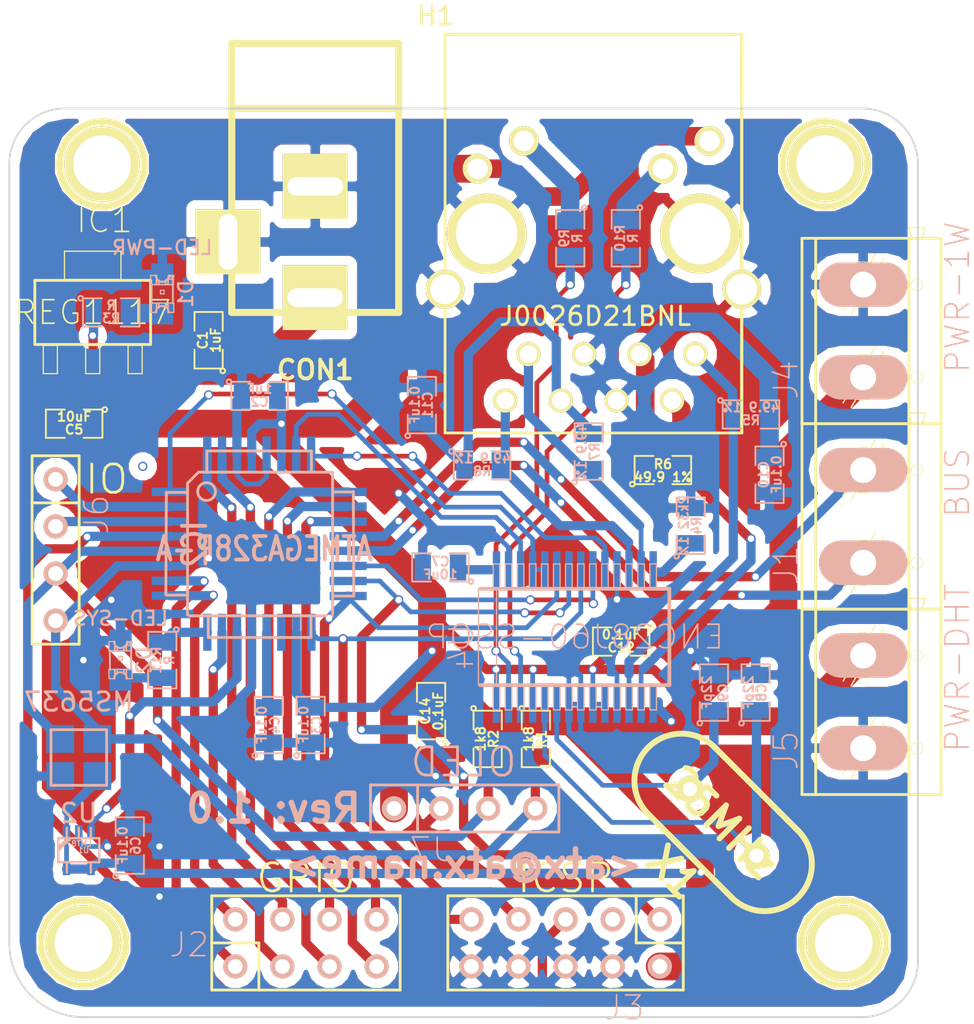
<source format=kicad_pcb>
(kicad_pcb (version 4) (host pcbnew "(2014-jul-16 BZR unknown)-product")
  (layers (0 F.Cu signal) (31 B.Cu signal) (34 B.Paste user) (35 F.Paste user) (36 B.SilkS user) (37 F.SilkS user) (38 B.Mask user) (39 F.Mask user) (44 Edge.Cuts user))
  (net 0 "")
  (net 1 +3.3V)
  (net 2 +5V)
  (net 3 1WIRE)
  (net 4 AVR-CLK)
  (net 5 AVR-RST)
  (net 6 DHT-BUS)
  (net 7 E-CS)
  (net 8 E-INT)
  (net 9 E-RST)
  (net 10 GND)
  (net 11 GPIO-0)
  (net 12 GPIO-1)
  (net 13 GPIO-2)
  (net 14 GPIO-3)
  (net 15 GPIO-4)
  (net 16 GPIO-5)
  (net 17 GPIO-6)
  (net 18 GPIO-7)
  (net 19 LED-SYS)
  (net 20 MISO)
  (net 21 MOSI)
  (net 22 RX)
  (net 23 SCK)
  (net 24 SCL)
  (net 25 SDA)
  (net 26 TX)
  (net 27 T_OUT)
  (net 28 "Net-(C4-Pad2)")
  (net 29 "Net-(C7-Pad1)")
  (net 30 "Net-(C8-Pad1)")
  (net 31 "Net-(C9-Pad1)")
  (net 32 "Net-(C10-Pad1)")
  (net 33 "Net-(C11-Pad1)")
  (net 34 "Net-(D1-Pad1)")
  (net 35 "Net-(D2-Pad1)")
  (net 36 "Net-(H1-Pad1)")
  (net 37 "Net-(H1-Pad2)")
  (net 38 "Net-(H1-Pad7)")
  (net 39 "Net-(H1-Pad8)")
  (net 40 "Net-(H1-Pad10)")
  (net 41 "Net-(H1-Pad11)")
  (net 42 "Net-(IC2-Pad19)")
  (net 43 "Net-(J3-Pad3)")
  (net 44 "Net-(R4-Pad1)")
  (net 45 "Net-(R9-Pad2)")
  (net 46 "Net-(R10-Pad2)")
  (module 1pin (layer F.Cu) (at 58 58)
    (fp_text reference "" (at 0 -3.048) (layer F.SilkS) (effects (font (size 1.016 1.016) (thickness 0.254))))
    (fp_text value P*** hide)
    (pad 1 thru_hole circle (at 0 0) (size 4.064 4.064) (drill 3.1) (layers *.Cu *.Mask F.SilkS))
  )
  (module 1pin (layer F.Cu) (at 18 16)
    (fp_text reference "" (at 0 -3.048) (layer F.SilkS) (effects (font (size 1.016 1.016) (thickness 0.254))))
    (fp_text value P*** hide)
    (pad 1 thru_hole circle (at 0 0) (size 4.064 4.064) (drill 3.1) (layers *.Cu *.Mask F.SilkS))
  )
  (module 1pin (layer F.Cu) (at 57 16)
    (fp_text reference "" (at 0 -3.048) (layer F.SilkS) (effects (font (size 1.016 1.016) (thickness 0.254))))
    (fp_text value P*** hide)
    (pad 1 thru_hole circle (at 0 0) (size 4.064 4.064) (drill 3.1) (layers *.Cu *.Mask F.SilkS))
  )
  (module TQFP32 (layer B.Cu) (at 26.5 36.5 270)
    (fp_text reference IC2 (at 0 3.5 270) (layer B.SilkS) (effects (font (size 1.27 1.016) (thickness 0.2032)) (justify mirror)))
    (fp_text value ATMEGA328P-A (at 0.25 -0.25 360) (layer B.SilkS) (effects (font (size 1.27 1.016) (thickness 0.2032)) (justify mirror)))
    (pad 8 smd rect (at -4.81584 -2.77622 270) (size 1.99898 0.44958) (layers B.Cu B.Paste B.Mask) (net 9 E-RST))
    (pad 7 smd rect (at -4.81584 -1.97612 270) (size 1.99898 0.44958) (layers B.Cu B.Paste B.Mask) (net 4 AVR-CLK))
    (pad 6 smd rect (at -4.81584 -1.17602 270) (size 1.99898 0.44958) (layers B.Cu B.Paste B.Mask) (net 1 +3.3V))
    (pad 5 smd rect (at -4.81584 -0.37592 270) (size 1.99898 0.44958) (layers B.Cu B.Paste B.Mask) (net 10 GND))
    (pad 4 smd rect (at -4.81584 0.42418 270) (size 1.99898 0.44958) (layers B.Cu B.Paste B.Mask) (net 1 +3.3V))
    (pad 3 smd rect (at -4.81584 1.22428 270) (size 1.99898 0.44958) (layers B.Cu B.Paste B.Mask) (net 10 GND))
    (pad 2 smd rect (at -4.81584 2.02438 270) (size 1.99898 0.44958) (layers B.Cu B.Paste B.Mask) (net 15 GPIO-4))
    (pad 1 smd rect (at -4.81584 2.82448 270) (size 1.99898 0.44958) (layers B.Cu B.Paste B.Mask) (net 14 GPIO-3))
    (pad 24 smd rect (at 4.7498 2.8194 270) (size 1.99898 0.44958) (layers B.Cu B.Paste B.Mask) (net 19 LED-SYS))
    (pad 17 smd rect (at 4.7498 -2.794 270) (size 1.99898 0.44958) (layers B.Cu B.Paste B.Mask) (net 23 SCK))
    (pad 18 smd rect (at 4.7498 -1.9812 270) (size 1.99898 0.44958) (layers B.Cu B.Paste B.Mask) (net 1 +3.3V))
    (pad 19 smd rect (at 4.7498 -1.1684 270) (size 1.99898 0.44958) (layers B.Cu B.Paste B.Mask) (net 42 "Net-(IC2-Pad19)"))
    (pad 20 smd rect (at 4.7498 -0.381 270) (size 1.99898 0.44958) (layers B.Cu B.Paste B.Mask) (net 28 "Net-(C4-Pad2)"))
    (pad 21 smd rect (at 4.7498 0.4318 270) (size 1.99898 0.44958) (layers B.Cu B.Paste B.Mask) (net 10 GND))
    (pad 22 smd rect (at 4.7498 1.2192 270) (size 1.99898 0.44958) (layers B.Cu B.Paste B.Mask) (net 27 T_OUT))
    (pad 23 smd rect (at 4.7498 2.032 270) (size 1.99898 0.44958) (layers B.Cu B.Paste B.Mask) (net 13 GPIO-2))
    (pad 32 smd rect (at -2.82448 4.826 270) (size 0.44958 1.99898) (layers B.Cu B.Paste B.Mask) (net 8 E-INT))
    (pad 31 smd rect (at -2.02692 4.826 270) (size 0.44958 1.99898) (layers B.Cu B.Paste B.Mask) (net 26 TX))
    (pad 30 smd rect (at -1.22428 4.826 270) (size 0.44958 1.99898) (layers B.Cu B.Paste B.Mask) (net 22 RX))
    (pad 29 smd rect (at -0.42672 4.826 270) (size 0.44958 1.99898) (layers B.Cu B.Paste B.Mask) (net 5 AVR-RST))
    (pad 28 smd rect (at 0.37592 4.826 270) (size 0.44958 1.99898) (layers B.Cu B.Paste B.Mask) (net 24 SCL))
    (pad 27 smd rect (at 1.17348 4.826 270) (size 0.44958 1.99898) (layers B.Cu B.Paste B.Mask) (net 25 SDA))
    (pad 26 smd rect (at 1.97612 4.826 270) (size 0.44958 1.99898) (layers B.Cu B.Paste B.Mask) (net 11 GPIO-0))
    (pad 25 smd rect (at 2.77368 4.826 270) (size 0.44958 1.99898) (layers B.Cu B.Paste B.Mask) (net 12 GPIO-1))
    (pad 9 smd rect (at -2.8194 -4.7752 270) (size 0.44958 1.99898) (layers B.Cu B.Paste B.Mask) (net 16 GPIO-5))
    (pad 10 smd rect (at -2.032 -4.7752 270) (size 0.44958 1.99898) (layers B.Cu B.Paste B.Mask) (net 17 GPIO-6))
    (pad 11 smd rect (at -1.2192 -4.7752 270) (size 0.44958 1.99898) (layers B.Cu B.Paste B.Mask) (net 18 GPIO-7))
    (pad 12 smd rect (at -0.4318 -4.7752 270) (size 0.44958 1.99898) (layers B.Cu B.Paste B.Mask) (net 6 DHT-BUS))
    (pad 13 smd rect (at 0.3556 -4.7752 270) (size 0.44958 1.99898) (layers B.Cu B.Paste B.Mask) (net 3 1WIRE))
    (pad 14 smd rect (at 1.1684 -4.7752 270) (size 0.44958 1.99898) (layers B.Cu B.Paste B.Mask) (net 7 E-CS))
    (pad 15 smd rect (at 1.9812 -4.7752 270) (size 0.44958 1.99898) (layers B.Cu B.Paste B.Mask) (net 21 MOSI))
    (pad 16 smd rect (at 2.794 -4.7752 270) (size 0.44958 1.99898) (layers B.Cu B.Paste B.Mask) (net 20 MISO))
  )
  (module SM0805 (layer B.Cu) (at 36.25 37.75 180)
    (fp_text reference C7 (at 0 0.3175 180) (layer B.SilkS) (effects (font (size 0.50038 0.50038) (thickness 0.10922)) (justify mirror)))
    (fp_text value 10uF (at 0 -0.381 180) (layer B.SilkS) (effects (font (size 0.50038 0.50038) (thickness 0.10922)) (justify mirror)))
    (pad 1 smd rect (at -0.9525 0 180) (size 0.889 1.397) (layers B.Cu B.Paste B.Mask) (net 29 "Net-(C7-Pad1)"))
    (pad 2 smd rect (at 0.9525 0 180) (size 0.889 1.397) (layers B.Cu B.Paste B.Mask) (net 10 GND))
  )
  (module SM0805 (layer B.Cu) (at 19.5 52.75 90)
    (fp_text reference C6 (at 0 0.3175 90) (layer B.SilkS) (effects (font (size 0.50038 0.50038) (thickness 0.10922)) (justify mirror)))
    (fp_text value 0.1uF (at 0 -0.381 90) (layer B.SilkS) (effects (font (size 0.50038 0.50038) (thickness 0.10922)) (justify mirror)))
    (pad 1 smd rect (at -0.9525 0 90) (size 0.889 1.397) (layers B.Cu B.Paste B.Mask) (net 1 +3.3V))
    (pad 2 smd rect (at 0.9525 0 90) (size 0.889 1.397) (layers B.Cu B.Paste B.Mask) (net 10 GND))
  )
  (module SM0805 (layer B.Cu) (at 43.25 20 270)
    (fp_text reference R9 (at 0 0.3175 270) (layer B.SilkS) (effects (font (size 0.50038 0.50038) (thickness 0.10922)) (justify mirror)))
    (fp_text value R (at 0 -0.381 270) (layer B.SilkS) (effects (font (size 0.50038 0.50038) (thickness 0.10922)) (justify mirror)))
    (pad 1 smd rect (at -0.9525 0 270) (size 0.889 1.397) (layers B.Cu B.Paste B.Mask) (net 41 "Net-(H1-Pad11)"))
    (pad 2 smd rect (at 0.9525 0 270) (size 0.889 1.397) (layers B.Cu B.Paste B.Mask) (net 45 "Net-(R9-Pad2)"))
  )
  (module SM0805 (layer B.Cu) (at 46.25 20 270)
    (fp_text reference R10 (at 0 0.3175 270) (layer B.SilkS) (effects (font (size 0.50038 0.50038) (thickness 0.10922)) (justify mirror)))
    (fp_text value R (at 0 -0.381 270) (layer B.SilkS) (effects (font (size 0.50038 0.50038) (thickness 0.10922)) (justify mirror)))
    (pad 1 smd rect (at -0.9525 0 270) (size 0.889 1.397) (layers B.Cu B.Paste B.Mask) (net 40 "Net-(H1-Pad10)"))
    (pad 2 smd rect (at 0.9525 0 270) (size 0.889 1.397) (layers B.Cu B.Paste B.Mask) (net 46 "Net-(R10-Pad2)"))
  )
  (module SM0805 (layer B.Cu) (at 35.25 29 90)
    (fp_text reference C11 (at 0 0.3175 90) (layer B.SilkS) (effects (font (size 0.50038 0.50038) (thickness 0.10922)) (justify mirror)))
    (fp_text value 0.1uF (at 0 -0.381 90) (layer B.SilkS) (effects (font (size 0.50038 0.50038) (thickness 0.10922)) (justify mirror)))
    (pad 1 smd rect (at -0.9525 0 90) (size 0.889 1.397) (layers B.Cu B.Paste B.Mask) (net 33 "Net-(C11-Pad1)"))
    (pad 2 smd rect (at 0.9525 0 90) (size 0.889 1.397) (layers B.Cu B.Paste B.Mask) (net 10 GND))
  )
  (module SM0805 (layer B.Cu) (at 54 32.75 270)
    (fp_text reference C10 (at 0 0.3175 270) (layer B.SilkS) (effects (font (size 0.50038 0.50038) (thickness 0.10922)) (justify mirror)))
    (fp_text value 0.1uF (at 0 -0.381 270) (layer B.SilkS) (effects (font (size 0.50038 0.50038) (thickness 0.10922)) (justify mirror)))
    (pad 1 smd rect (at -0.9525 0 270) (size 0.889 1.397) (layers B.Cu B.Paste B.Mask) (net 32 "Net-(C10-Pad1)"))
    (pad 2 smd rect (at 0.9525 0 270) (size 0.889 1.397) (layers B.Cu B.Paste B.Mask) (net 10 GND))
  )
  (module SM0805 (layer B.Cu) (at 38.5 32.25)
    (fp_text reference R8 (at 0 0.3175) (layer B.SilkS) (effects (font (size 0.50038 0.50038) (thickness 0.10922)) (justify mirror)))
    (fp_text value "49.9 1%" (at 0 -0.381) (layer B.SilkS) (effects (font (size 0.50038 0.50038) (thickness 0.10922)) (justify mirror)))
    (pad 1 smd rect (at -0.9525 0) (size 0.889 1.397) (layers B.Cu B.Paste B.Mask) (net 33 "Net-(C11-Pad1)"))
    (pad 2 smd rect (at 0.9525 0) (size 0.889 1.397) (layers B.Cu B.Paste B.Mask) (net 39 "Net-(H1-Pad8)"))
  )
  (module SM0805 (layer B.Cu) (at 44.25 31.5 90)
    (fp_text reference R7 (at 0 0.3175 90) (layer B.SilkS) (effects (font (size 0.50038 0.50038) (thickness 0.10922)) (justify mirror)))
    (fp_text value "49.9 1%" (at 0 -0.381 90) (layer B.SilkS) (effects (font (size 0.50038 0.50038) (thickness 0.10922)) (justify mirror)))
    (pad 1 smd rect (at -0.9525 0 90) (size 0.889 1.397) (layers B.Cu B.Paste B.Mask) (net 38 "Net-(H1-Pad7)"))
    (pad 2 smd rect (at 0.9525 0 90) (size 0.889 1.397) (layers B.Cu B.Paste B.Mask) (net 33 "Net-(C11-Pad1)"))
  )
  (module SM0805 (layer F.Cu) (at 48.25 32.5)
    (fp_text reference R6 (at 0 -0.3175) (layer F.SilkS) (effects (font (size 0.50038 0.50038) (thickness 0.10922))))
    (fp_text value "49.9 1%" (at 0 0.381) (layer F.SilkS) (effects (font (size 0.50038 0.50038) (thickness 0.10922))))
    (pad 1 smd rect (at -0.9525 0) (size 0.889 1.397) (layers F.Cu F.Paste F.Mask) (net 32 "Net-(C10-Pad1)"))
    (pad 2 smd rect (at 0.9525 0) (size 0.889 1.397) (layers F.Cu F.Paste F.Mask) (net 37 "Net-(H1-Pad2)"))
  )
  (module SM0805 (layer B.Cu) (at 53 29.5)
    (fp_text reference R5 (at 0 0.3175) (layer B.SilkS) (effects (font (size 0.50038 0.50038) (thickness 0.10922)) (justify mirror)))
    (fp_text value "49.9 1%" (at 0 -0.381) (layer B.SilkS) (effects (font (size 0.50038 0.50038) (thickness 0.10922)) (justify mirror)))
    (pad 1 smd rect (at -0.9525 0) (size 0.889 1.397) (layers B.Cu B.Paste B.Mask) (net 36 "Net-(H1-Pad1)"))
    (pad 2 smd rect (at 0.9525 0) (size 0.889 1.397) (layers B.Cu B.Paste B.Mask) (net 32 "Net-(C10-Pad1)"))
  )
  (module SM0805 (layer F.Cu) (at 41.4 47 270)
    (fp_text reference R1 (at 0 -0.3175 270) (layer F.SilkS) (effects (font (size 0.50038 0.50038) (thickness 0.10922))))
    (fp_text value 1k8 (at 0 0.381 270) (layer F.SilkS) (effects (font (size 0.50038 0.50038) (thickness 0.10922))))
    (pad 1 smd rect (at -0.9525 0 270) (size 0.889 1.397) (layers F.Cu F.Paste F.Mask) (net 1 +3.3V))
    (pad 2 smd rect (at 0.9525 0 270) (size 0.889 1.397) (layers F.Cu F.Paste F.Mask) (net 25 SDA))
  )
  (module SM0805 (layer F.Cu) (at 38.8 47 270)
    (fp_text reference R2 (at 0 -0.3175 270) (layer F.SilkS) (effects (font (size 0.50038 0.50038) (thickness 0.10922))))
    (fp_text value 1k8 (at 0 0.381 270) (layer F.SilkS) (effects (font (size 0.50038 0.50038) (thickness 0.10922))))
    (pad 1 smd rect (at -0.9525 0 270) (size 0.889 1.397) (layers F.Cu F.Paste F.Mask) (net 1 +3.3V))
    (pad 2 smd rect (at 0.9525 0 270) (size 0.889 1.397) (layers F.Cu F.Paste F.Mask) (net 24 SCL))
  )
  (module SM0805 (layer B.Cu) (at 18.5 24)
    (fp_text reference R3 (at 0 0.3175) (layer B.SilkS) (effects (font (size 0.50038 0.50038) (thickness 0.10922)) (justify mirror)))
    (fp_text value R (at 0 -0.381) (layer B.SilkS) (effects (font (size 0.50038 0.50038) (thickness 0.10922)) (justify mirror)))
    (pad 1 smd rect (at -0.9525 0) (size 0.889 1.397) (layers B.Cu B.Paste B.Mask) (net 1 +3.3V))
    (pad 2 smd rect (at 0.9525 0) (size 0.889 1.397) (layers B.Cu B.Paste B.Mask) (net 34 "Net-(D1-Pad1)"))
  )
  (module SM0805 (layer B.Cu) (at 49.75 35.5 90)
    (fp_text reference R4 (at 0 0.3175 90) (layer B.SilkS) (effects (font (size 0.50038 0.50038) (thickness 0.10922)) (justify mirror)))
    (fp_text value "2k32 1%" (at 0 -0.381 90) (layer B.SilkS) (effects (font (size 0.50038 0.50038) (thickness 0.10922)) (justify mirror)))
    (pad 1 smd rect (at -0.9525 0 90) (size 0.889 1.397) (layers B.Cu B.Paste B.Mask) (net 44 "Net-(R4-Pad1)"))
    (pad 2 smd rect (at 0.9525 0 90) (size 0.889 1.397) (layers B.Cu B.Paste B.Mask) (net 10 GND))
  )
  (module SM0805 (layer B.Cu) (at 51 44.5 90)
    (fp_text reference C9 (at 0 0.5 90) (layer B.SilkS) (effects (font (size 0.50038 0.50038) (thickness 0.10922)) (justify mirror)))
    (fp_text value 22pF (at 0 -0.381 90) (layer B.SilkS) (effects (font (size 0.50038 0.50038) (thickness 0.10922)) (justify mirror)))
    (pad 1 smd rect (at -0.9525 0 90) (size 0.889 1.397) (layers B.Cu B.Paste B.Mask) (net 31 "Net-(C9-Pad1)"))
    (pad 2 smd rect (at 0.9525 0 90) (size 0.889 1.397) (layers B.Cu B.Paste B.Mask) (net 10 GND))
  )
  (module SM0805 (layer B.Cu) (at 53.25 44.5 90)
    (fp_text reference C8 (at 0 0.3175 90) (layer B.SilkS) (effects (font (size 0.50038 0.50038) (thickness 0.10922)) (justify mirror)))
    (fp_text value 22pF (at 0 -0.381 90) (layer B.SilkS) (effects (font (size 0.50038 0.50038) (thickness 0.10922)) (justify mirror)))
    (pad 1 smd rect (at -0.9525 0 90) (size 0.889 1.397) (layers B.Cu B.Paste B.Mask) (net 30 "Net-(C8-Pad1)"))
    (pad 2 smd rect (at 0.9525 0 90) (size 0.889 1.397) (layers B.Cu B.Paste B.Mask) (net 10 GND))
  )
  (module SM0805 (layer B.Cu) (at 27 46.25 90)
    (fp_text reference C4 (at 0 0.3175 90) (layer B.SilkS) (effects (font (size 0.50038 0.50038) (thickness 0.10922)) (justify mirror)))
    (fp_text value 0.1uF (at 0 -0.381 90) (layer B.SilkS) (effects (font (size 0.50038 0.50038) (thickness 0.10922)) (justify mirror)))
    (pad 1 smd rect (at -0.9525 0 90) (size 0.889 1.397) (layers B.Cu B.Paste B.Mask) (net 10 GND))
    (pad 2 smd rect (at 0.9525 0 90) (size 0.889 1.397) (layers B.Cu B.Paste B.Mask) (net 28 "Net-(C4-Pad2)"))
  )
  (module SM0805 (layer B.Cu) (at 29.25 46.25 90)
    (fp_text reference C3 (at 0 0.3175 90) (layer B.SilkS) (effects (font (size 0.50038 0.50038) (thickness 0.10922)) (justify mirror)))
    (fp_text value 0.1uF (at 0 -0.381 90) (layer B.SilkS) (effects (font (size 0.50038 0.50038) (thickness 0.10922)) (justify mirror)))
    (pad 1 smd rect (at -0.9525 0 90) (size 0.889 1.397) (layers B.Cu B.Paste B.Mask) (net 10 GND))
    (pad 2 smd rect (at 0.9525 0 90) (size 0.889 1.397) (layers B.Cu B.Paste B.Mask) (net 1 +3.3V))
  )
  (module SM0805 (layer B.Cu) (at 26.5 28.5)
    (fp_text reference C2 (at 0 0.3175) (layer B.SilkS) (effects (font (size 0.50038 0.50038) (thickness 0.10922)) (justify mirror)))
    (fp_text value 1uF (at 0 -0.381) (layer B.SilkS) (effects (font (size 0.50038 0.50038) (thickness 0.10922)) (justify mirror)))
    (pad 1 smd rect (at -0.9525 0) (size 0.889 1.397) (layers B.Cu B.Paste B.Mask) (net 10 GND))
    (pad 2 smd rect (at 0.9525 0) (size 0.889 1.397) (layers B.Cu B.Paste B.Mask) (net 1 +3.3V))
  )
  (module SM0805 (layer F.Cu) (at 16.5 30 180)
    (fp_text reference C5 (at 0 -0.3175 180) (layer F.SilkS) (effects (font (size 0.50038 0.50038) (thickness 0.10922))))
    (fp_text value 10uF (at 0 0.381 180) (layer F.SilkS) (effects (font (size 0.50038 0.50038) (thickness 0.10922))))
    (pad 1 smd rect (at -0.9525 0 180) (size 0.889 1.397) (layers F.Cu F.Paste F.Mask) (net 1 +3.3V))
    (pad 2 smd rect (at 0.9525 0 180) (size 0.889 1.397) (layers F.Cu F.Paste F.Mask) (net 10 GND))
  )
  (module SM0805 (layer F.Cu) (at 23.75 25.5 90)
    (fp_text reference C1 (at 0 -0.3175 90) (layer F.SilkS) (effects (font (size 0.50038 0.50038) (thickness 0.10922))))
    (fp_text value 1uF (at 0 0.381 90) (layer F.SilkS) (effects (font (size 0.50038 0.50038) (thickness 0.10922))))
    (pad 1 smd rect (at -0.9525 0 90) (size 0.889 1.397) (layers F.Cu F.Paste F.Mask) (net 2 +5V))
    (pad 2 smd rect (at 0.9525 0 90) (size 0.889 1.397) (layers F.Cu F.Paste F.Mask) (net 10 GND))
  )
  (module sc70-5 (layer B.Cu) (at 16.75 53)
    (fp_text reference U1 (at 0.25 0) (layer B.SilkS) (effects (font (size 0.29972 0.29972) (thickness 0.06096)) (justify mirror)))
    (fp_text value LMT87 (at 0 -0.3556) (layer B.SilkS) (effects (font (size 0.29972 0.29972) (thickness 0.06096)) (justify mirror)))
    (pad 1 smd rect (at -0.6604 -1.016) (size 0.4064 0.6604) (layers B.Cu B.Paste B.Mask) (net 1 +3.3V))
    (pad 3 smd rect (at 0.6604 -1.016) (size 0.4064 0.6604) (layers B.Cu B.Paste B.Mask) (net 27 T_OUT))
    (pad 2 smd rect (at 0 -1.016) (size 0.4064 0.6604) (layers B.Cu B.Paste B.Mask) (net 10 GND))
    (pad 4 smd rect (at 0.6604 1.016) (size 0.4064 0.6604) (layers B.Cu B.Paste B.Mask) (net 1 +3.3V))
    (pad 5 smd rect (at -0.6604 1.016) (size 0.4064 0.6604) (layers B.Cu B.Paste B.Mask) (net 1 +3.3V))
  )
  (module microchip-enc28j60-SSOP28 (layer B.Cu) (at 43.5 41.5)
    (fp_text reference U4 (at -6.1087 0.54356 270) (layer B.SilkS) (effects (font (size 1.27 1.27) (thickness 0.0889)) (justify mirror)))
    (fp_text value ENC28J60-SSOP (at 0 0) (layer B.SilkS) (effects (font (size 1.27 1.27) (thickness 0.0889)) (justify mirror)))
    (pad 1 smd rect (at -4.22402 -3.62458) (size 0.39878 2) (layers B.Cu B.Paste B.Mask) (net 29 "Net-(C7-Pad1)"))
    (pad 2 smd rect (at -3.57378 -3.62458) (size 0.39878 2) (layers B.Cu B.Paste B.Mask) (net 10 GND))
    (pad 3 smd rect (at -2.92354 -3.62458) (size 0.39878 2) (layers B.Cu B.Paste B.Mask) (net 4 AVR-CLK))
    (pad 4 smd rect (at -2.2733 -3.62458) (size 0.39878 2) (layers B.Cu B.Paste B.Mask) (net 8 E-INT))
    (pad 5 smd rect (at -1.62306 -3.62458) (size 0.39878 2) (layers B.Cu B.Paste B.Mask) (net 8 E-INT))
    (pad 6 smd rect (at -0.97282 -3.62458) (size 0.39878 2) (layers B.Cu B.Paste B.Mask) (net 20 MISO))
    (pad 7 smd rect (at -0.32258 -3.62458) (size 0.39878 2) (layers B.Cu B.Paste B.Mask) (net 21 MOSI))
    (pad 8 smd rect (at 0.32258 -3.62458) (size 0.39878 2) (layers B.Cu B.Paste B.Mask) (net 23 SCK))
    (pad 9 smd rect (at 0.97282 -3.62458) (size 0.39878 2) (layers B.Cu B.Paste B.Mask) (net 7 E-CS))
    (pad 10 smd rect (at 1.62306 -3.62458) (size 0.39878 2) (layers B.Cu B.Paste B.Mask) (net 9 E-RST))
    (pad 11 smd rect (at 2.2733 -3.62458) (size 0.39878 2) (layers B.Cu B.Paste B.Mask) (net 10 GND))
    (pad 12 smd rect (at 2.92354 -3.62458) (size 0.39878 2) (layers B.Cu B.Paste B.Mask) (net 39 "Net-(H1-Pad8)"))
    (pad 13 smd rect (at 3.57378 -3.62458) (size 0.39878 2) (layers B.Cu B.Paste B.Mask) (net 38 "Net-(H1-Pad7)"))
    (pad 14 smd rect (at 4.22402 -3.62458) (size 0.39878 2) (layers B.Cu B.Paste B.Mask) (net 44 "Net-(R4-Pad1)"))
    (pad 15 smd rect (at 4.22402 3.62458) (size 0.39878 2) (layers B.Cu B.Paste B.Mask) (net 1 +3.3V))
    (pad 16 smd rect (at 3.57378 3.62458) (size 0.39878 2) (layers B.Cu B.Paste B.Mask) (net 37 "Net-(H1-Pad2)"))
    (pad 17 smd rect (at 2.92354 3.62458) (size 0.39878 2) (layers B.Cu B.Paste B.Mask) (net 36 "Net-(H1-Pad1)"))
    (pad 18 smd rect (at 2.2733 3.62458) (size 0.39878 2) (layers B.Cu B.Paste B.Mask) (net 10 GND))
    (pad 19 smd rect (at 1.62306 3.62458) (size 0.39878 2) (layers B.Cu B.Paste B.Mask) (net 1 +3.3V))
    (pad 20 smd rect (at 0.97282 3.62458) (size 0.39878 2) (layers B.Cu B.Paste B.Mask) (net 1 +3.3V))
    (pad 21 smd rect (at 0.32258 3.62458) (size 0.39878 2) (layers B.Cu B.Paste B.Mask) (net 10 GND))
    (pad 22 smd rect (at -0.32258 3.62458) (size 0.39878 2) (layers B.Cu B.Paste B.Mask) (net 10 GND))
    (pad 23 smd rect (at -0.97282 3.62458) (size 0.39878 2) (layers B.Cu B.Paste B.Mask) (net 31 "Net-(C9-Pad1)"))
    (pad 24 smd rect (at -1.62306 3.62458) (size 0.39878 2) (layers B.Cu B.Paste B.Mask) (net 30 "Net-(C8-Pad1)"))
    (pad 25 smd rect (at -2.2733 3.62458) (size 0.39878 2) (layers B.Cu B.Paste B.Mask) (net 1 +3.3V))
    (pad 26 smd rect (at -2.92354 3.62458) (size 0.39878 2) (layers B.Cu B.Paste B.Mask) (net 46 "Net-(R10-Pad2)"))
    (pad 27 smd rect (at -3.57378 3.62458) (size 0.39878 2) (layers B.Cu B.Paste B.Mask) (net 45 "Net-(R9-Pad2)"))
    (pad 28 smd rect (at -4.22402 3.62458) (size 0.39878 2) (layers B.Cu B.Paste B.Mask) (net 1 +3.3V))
  )
  (module dp_devices-M2X5 (layer F.Cu) (at 43 58 180)
    (fp_text reference J3 (at -3.175 -3.4925 180) (layer B.SilkS) (effects (font (size 1.27 1.27) (thickness 0.0889))))
    (fp_text value ICSP (at 0 3.5 180) (layer F.SilkS))
    (pad 1 thru_hole circle (at -5.08 1.27 180) (size 1.30556 1.30556) (drill 0.79756) (layers *.Cu *.Paste *.SilkS *.Mask) (net 21 MOSI))
    (pad 2 thru_hole circle (at -5.08 -1.27 180) (size 1.30556 1.30556) (drill 0.79756) (layers *.Cu *.Paste *.SilkS *.Mask) (net 1 +3.3V))
    (pad 3 thru_hole circle (at -2.54 1.27 180) (size 1.30556 1.30556) (drill 0.79756) (layers *.Cu *.Paste *.SilkS *.Mask) (net 43 "Net-(J3-Pad3)"))
    (pad 4 thru_hole circle (at -2.54 -1.27 180) (size 1.30556 1.30556) (drill 0.79756) (layers *.Cu *.Paste *.SilkS *.Mask) (net 10 GND))
    (pad 5 thru_hole circle (at 0 1.27 180) (size 1.30556 1.30556) (drill 0.79756) (layers *.Cu *.Paste *.SilkS *.Mask) (net 5 AVR-RST))
    (pad 6 thru_hole circle (at 0 -1.27 180) (size 1.30556 1.30556) (drill 0.79756) (layers *.Cu *.Paste *.SilkS *.Mask) (net 10 GND))
    (pad 7 thru_hole circle (at 2.54 1.27 180) (size 1.30556 1.30556) (drill 0.79756) (layers *.Cu *.Paste *.SilkS *.Mask) (net 23 SCK))
    (pad 8 thru_hole circle (at 2.54 -1.27 180) (size 1.30556 1.30556) (drill 0.79756) (layers *.Cu *.Paste *.SilkS *.Mask) (net 10 GND))
    (pad 9 thru_hole circle (at 5.08 1.27 180) (size 1.30556 1.30556) (drill 0.79756) (layers *.Cu *.Paste *.SilkS *.Mask) (net 20 MISO))
    (pad 10 thru_hole circle (at 5.08 -1.27 180) (size 1.30556 1.30556) (drill 0.79756) (layers *.Cu *.Paste *.SilkS *.Mask) (net 10 GND))
  )
  (module dp_devices-M1X4 (layer B.Cu) (at 33.75 50.75)
    (fp_text reference J7 (at 1.905 2.2225) (layer B.SilkS) (effects (font (size 1.27 1.27) (thickness 0.0889)) (justify mirror)))
    (fp_text value OLED (at 3.75 -2.5) (layer B.SilkS) (effects (justify mirror)))
    (pad 1 thru_hole circle (at 0 0) (size 1.30556 1.30556) (drill 0.79756) (layers *.Cu *.Paste *.SilkS *.Mask) (net 1 +3.3V))
    (pad 2 thru_hole circle (at 2.54 0) (size 1.30556 1.30556) (drill 0.79756) (layers *.Cu *.Paste *.SilkS *.Mask) (net 10 GND))
    (pad 3 thru_hole circle (at 5.08 0) (size 1.30556 1.30556) (drill 0.79756) (layers *.Cu *.Paste *.SilkS *.Mask) (net 24 SCL))
    (pad 4 thru_hole circle (at 7.62 0) (size 1.30556 1.30556) (drill 0.79756) (layers *.Cu *.Paste *.SilkS *.Mask) (net 25 SDA))
  )
  (module burr-brown-3-SOT223 (layer F.Cu) (at 17.5 24)
    (fp_text reference IC1 (at 0.635 -4.953) (layer F.SilkS) (effects (font (size 1.27 1.27) (thickness 0.0889))))
    (fp_text value REG1117 (at 0 0) (layer F.SilkS) (effects (font (size 1.27 1.27) (thickness 0.0889))))
    (pad 1 smd rect (at -2.2606 3.1496) (size 1.4986 2.0066) (layers F.Cu F.Paste F.Mask) (net 10 GND))
    (pad 2 smd rect (at 0.0254 3.1496) (size 1.4986 2.0066) (layers F.Cu F.Paste F.Mask) (net 1 +3.3V))
    (pad 3 smd rect (at 2.3114 3.1496) (size 1.4986 2.0066) (layers F.Cu F.Paste F.Mask) (net 2 +5V))
    (pad 4 smd rect (at 0 -3.1496) (size 3.81 2.0066) (layers F.Cu F.Paste F.Mask))
  )
  (module BARREL_JACK (layer F.Cu) (at 29.5 17 270)
    (fp_text reference CON1 (at 10.09904 0 360) (layer F.SilkS) (effects (font (size 1.016 1.016) (thickness 0.2032))))
    (fp_text value BARREL_JACK hide)
    (pad 1 thru_hole rect (at 6.20014 0 270) (size 3.50012 3.50012) (drill oval 1.00076 2.99974) (layers *.Cu *.Mask F.SilkS) (net 2 +5V))
    (pad 2 thru_hole rect (at 0.20066 0 270) (size 3.50012 3.50012) (drill oval 1.00076 2.99974) (layers *.Cu *.Mask F.SilkS) (net 10 GND))
    (pad 3 thru_hole rect (at 3.2004 4.699 270) (size 3.50012 3.50012) (drill oval 2.99974 1.00076) (layers *.Cu *.Mask F.SilkS) (net 10 GND))
  )
  (module SM0805 (layer B.Cu) (at 21.25 42.75 270)
    (fp_text reference R11 (at 0 0.3175 270) (layer B.SilkS) (effects (font (size 0.50038 0.50038) (thickness 0.10922)) (justify mirror)))
    (fp_text value R (at 0 -0.381 270) (layer B.SilkS) (effects (font (size 0.50038 0.50038) (thickness 0.10922)) (justify mirror)))
    (pad 1 smd rect (at -0.9525 0 270) (size 0.889 1.397) (layers B.Cu B.Paste B.Mask) (net 19 LED-SYS))
    (pad 2 smd rect (at 0.9525 0 270) (size 0.889 1.397) (layers B.Cu B.Paste B.Mask) (net 35 "Net-(D2-Pad1)"))
  )
  (module ms5637 (layer B.Cu) (at 17.25 47.5)
    (fp_text reference U2 (at -0.5 3.5) (layer B.SilkS) (effects (justify mirror)))
    (fp_text value MS5637 (at -0.5 -2.5) (layer B.SilkS) (effects (justify mirror)))
    (pad 1 smd rect (at 0.5 1.5) (size 1.5 1.5) (layers B.Cu B.Paste B.Mask) (net 1 +3.3V))
    (pad 2 smd rect (at 0.5 -0.5) (size 1.5 1.5) (layers B.Cu B.Paste B.Mask) (net 25 SDA))
    (pad 3 smd rect (at -1.5 -0.5) (size 1.5 1.5) (layers B.Cu B.Paste B.Mask) (net 24 SCL))
    (pad 4 smd rect (at -1.5 1.5) (size 1.5 1.5) (layers B.Cu B.Paste B.Mask) (net 10 GND))
  )
  (module LED-0805 (layer B.Cu) (at 21.25 23 90)
    (fp_text reference D1 (at 0 1.27 90) (layer B.SilkS) (effects (font (size 0.762 0.762) (thickness 0.127)) (justify mirror)))
    (fp_text value LED-PWR (at 2.5 0 180) (layer B.SilkS) (effects (font (size 0.762 0.762) (thickness 0.127)) (justify mirror)))
    (pad 1 smd rect (at -1.04902 0 90) (size 1.19888 1.19888) (layers B.Cu B.Paste B.Mask) (net 34 "Net-(D1-Pad1)"))
    (pad 2 smd rect (at 1.04902 0 90) (size 1.19888 1.19888) (layers B.Cu B.Paste B.Mask) (net 10 GND))
  )
  (module LED-0805 (layer B.Cu) (at 19 42.75 90)
    (fp_text reference D2 (at 0 1.27 90) (layer B.SilkS) (effects (font (size 0.762 0.762) (thickness 0.127)) (justify mirror)))
    (fp_text value LED-SYS (at 2.25 0 180) (layer B.SilkS) (effects (font (size 0.762 0.762) (thickness 0.127)) (justify mirror)))
    (pad 1 smd rect (at -1.04902 0 90) (size 1.19888 1.19888) (layers B.Cu B.Paste B.Mask) (net 35 "Net-(D2-Pad1)"))
    (pad 2 smd rect (at 1.04902 0 90) (size 1.19888 1.19888) (layers B.Cu B.Paste B.Mask) (net 10 GND))
  )
  (module dp_devices-TERMINAL_BLOCK_2P_5 (layer F.Cu) (at 59.5 25 270)
    (fp_text reference J4 (at 2.63398 4.61264 270) (layer B.SilkS) (effects (font (size 1.27 1.27) (thickness 0.0889))))
    (fp_text value PWR-1W (at -1.82372 -4.63296 270) (layer B.SilkS) (effects (font (size 1.27 1.27) (thickness 0.0889))))
    (pad 1 thru_hole oval (at 2.49936 0.44958 270) (size 2.37998 4.75996) (drill 1.39954) (layers *.Cu *.Paste *.SilkS *.Mask) (net 1 +3.3V))
    (pad 2 thru_hole oval (at -2.49936 0.44958 270) (size 2.37998 4.75996) (drill 1.39954) (layers *.Cu *.Paste *.SilkS *.Mask) (net 10 GND))
  )
  (module dp_devices-TERMINAL_BLOCK_2P_5 (layer F.Cu) (at 59.5 45 270)
    (fp_text reference J5 (at 2.63398 4.61264 270) (layer B.SilkS) (effects (font (size 1.27 1.27) (thickness 0.0889))))
    (fp_text value PWR-DHT (at -1.82372 -4.63296 270) (layer B.SilkS) (effects (font (size 1.27 1.27) (thickness 0.0889))))
    (pad 1 thru_hole oval (at 2.49936 0.44958 270) (size 2.37998 4.75996) (drill 1.39954) (layers *.Cu *.Paste *.SilkS *.Mask) (net 10 GND))
    (pad 2 thru_hole oval (at -2.49936 0.44958 270) (size 2.37998 4.75996) (drill 1.39954) (layers *.Cu *.Paste *.SilkS *.Mask) (net 1 +3.3V))
  )
  (module dp_devices-TERMINAL_BLOCK_2P_5 (layer F.Cu) (at 59.5 35 270)
    (fp_text reference J1 (at 2.63398 4.61264 270) (layer B.SilkS) (effects (font (size 1.27 1.27) (thickness 0.0889))))
    (fp_text value BUS (at -1.82372 -4.63296 270) (layer B.SilkS) (effects (font (size 1.27 1.27) (thickness 0.0889))))
    (pad 1 thru_hole oval (at 2.49936 0.44958 270) (size 2.37998 4.75996) (drill 1.39954) (layers *.Cu *.Paste *.SilkS *.Mask) (net 3 1WIRE))
    (pad 2 thru_hole oval (at -2.49936 0.44958 270) (size 2.37998 4.75996) (drill 1.39954) (layers *.Cu *.Paste *.SilkS *.Mask) (net 6 DHT-BUS))
  )
  (module J0026D21BNL (layer F.Cu) (at 36.5 9)
    (fp_text reference H1 (at -0.5 -1) (layer F.SilkS))
    (fp_text value J0026D21BNL (at 8.1 15.2) (layer F.SilkS))
    (pad 4 thru_hole circle (at 13.75 10.75) (size 4.3 4.3) (drill 3.3) (layers *.Cu *.Mask F.SilkS) (net 10 GND))
    (pad 4 thru_hole circle (at 2.25 10.75) (size 4.3 4.3) (drill 3.3) (layers *.Cu *.Mask F.SilkS) (net 10 GND))
    (pad 1 thru_hole circle (at 13.5 17.25) (size 1.3 1.3) (drill 0.95) (layers *.Cu *.Mask F.SilkS) (net 36 "Net-(H1-Pad1)"))
    (pad 2 thru_hole circle (at 12.25 19.75) (size 1.3 1.3) (drill 0.95) (layers *.Cu *.Mask F.SilkS) (net 37 "Net-(H1-Pad2)"))
    (pad 3 thru_hole circle (at 10.5 17.25) (size 1.3 1.3) (drill 0.95) (layers *.Cu *.Mask F.SilkS) (net 32 "Net-(C10-Pad1)"))
    (pad 4 thru_hole circle (at 9.25 19.75) (size 1.3 1.3) (drill 0.95) (layers *.Cu *.Mask F.SilkS) (net 10 GND))
    (pad 5 thru_hole circle (at 7.5 17.25) (size 1.3 1.3) (drill 0.95) (layers *.Cu *.Mask F.SilkS) (net 10 GND))
    (pad 6 thru_hole circle (at 6.25 19.75) (size 1.3 1.3) (drill 0.95) (layers *.Cu *.Mask F.SilkS) (net 33 "Net-(C11-Pad1)"))
    (pad 7 thru_hole circle (at 4.5 17.25) (size 1.3 1.3) (drill 0.95) (layers *.Cu *.Mask F.SilkS) (net 38 "Net-(H1-Pad7)"))
    (pad 8 thru_hole circle (at 3.25 19.75) (size 1.3 1.3) (drill 0.95) (layers *.Cu *.Mask F.SilkS) (net 39 "Net-(H1-Pad8)"))
    (pad 10 thru_hole circle (at 11.75 7.25) (size 1.6 1.6) (drill 1.1) (layers *.Cu *.Mask F.SilkS) (net 40 "Net-(H1-Pad10)"))
    (pad 9 thru_hole circle (at 14.25 5.75) (size 1.6 1.6) (drill 1.1) (layers *.Cu *.Mask F.SilkS) (net 1 +3.3V))
    (pad 12 thru_hole circle (at 1.75 7.25) (size 1.6 1.6) (drill 1.1) (layers *.Cu *.Mask F.SilkS) (net 1 +3.3V))
    (pad 11 thru_hole circle (at 4.25 5.75) (size 1.6 1.6) (drill 1.1) (layers *.Cu *.Mask F.SilkS) (net 41 "Net-(H1-Pad11)"))
    (pad 4 thru_hole circle (at 16 13.75) (size 2.1 2.1) (drill 1.65) (layers *.Cu *.Mask F.SilkS) (net 10 GND))
    (pad 4 thru_hole circle (at 0 13.75) (size 2.1 2.1) (drill 1.6) (layers *.Cu *.Mask F.SilkS) (net 10 GND))
  )
  (module 1pin (layer F.Cu) (at 17 58)
    (fp_text reference "" (at 0 -3.048) (layer F.SilkS) (effects (font (size 1.016 1.016) (thickness 0.254))))
    (fp_text value P*** hide)
    (pad 1 thru_hole circle (at 0 0) (size 4.064 4.064) (drill 3.1) (layers *.Cu *.Mask F.SilkS))
  )
  (module SM0805 (layer F.Cu) (at 46 41.75 180)
    (fp_text reference C12 (at 0 -0.3175 180) (layer F.SilkS) (effects (font (size 0.50038 0.50038) (thickness 0.10922))))
    (fp_text value 0.1uF (at 0 0.381 180) (layer F.SilkS) (effects (font (size 0.50038 0.50038) (thickness 0.10922))))
    (pad 1 smd rect (at -0.9525 0 180) (size 0.889 1.397) (layers F.Cu F.Paste F.Mask) (net 10 GND))
    (pad 2 smd rect (at 0.9525 0 180) (size 0.889 1.397) (layers F.Cu F.Paste F.Mask) (net 1 +3.3V))
  )
  (module SM0805 (layer F.Cu) (at 35.75 45.5 90)
    (fp_text reference C14 (at 0 -0.3175 90) (layer F.SilkS) (effects (font (size 0.50038 0.50038) (thickness 0.10922))))
    (fp_text value 0.1uF (at 0 0.381 90) (layer F.SilkS) (effects (font (size 0.50038 0.50038) (thickness 0.10922))))
    (pad 1 smd rect (at -0.9525 0 90) (size 0.889 1.397) (layers F.Cu F.Paste F.Mask) (net 10 GND))
    (pad 2 smd rect (at 0.9525 0 90) (size 0.889 1.397) (layers F.Cu F.Paste F.Mask) (net 1 +3.3V))
  )
  (module HC-49V (layer F.Cu) (at 51.5 51.5 135)
    (fp_text reference X1 (at 0 -3.81 135) (layer F.SilkS) (effects (font (thickness 0.3048))))
    (fp_text value 25MHz (at 0.070711 -0.070711 135) (layer F.SilkS) (effects (font (thickness 0.3048))))
    (pad 1 thru_hole circle (at -2.54 0 135) (size 1.4224 1.4224) (drill 0.762) (layers *.Cu *.Mask F.SilkS) (net 30 "Net-(C8-Pad1)"))
    (pad 2 thru_hole circle (at 2.54 0 135) (size 1.4224 1.4224) (drill 0.762) (layers *.Cu *.Mask F.SilkS) (net 31 "Net-(C9-Pad1)"))
  )
  (module dp_devices-M2X4 (layer F.Cu) (at 29 58)
    (fp_text reference J2 (at -6.3 0.1) (layer B.SilkS) (effects (font (size 1.27 1.27) (thickness 0.0889))))
    (fp_text value GPIO (at 0 -3.5) (layer F.SilkS))
    (pad 1 thru_hole circle (at -3.81 1.27) (size 1.30556 1.30556) (drill 0.79756) (layers *.Cu *.Paste *.SilkS *.Mask) (net 11 GPIO-0))
    (pad 2 thru_hole circle (at -3.81 -1.27) (size 1.30556 1.30556) (drill 0.79756) (layers *.Cu *.Paste *.SilkS *.Mask) (net 12 GPIO-1))
    (pad 3 thru_hole circle (at -1.27 1.27) (size 1.30556 1.30556) (drill 0.79756) (layers *.Cu *.Paste *.SilkS *.Mask) (net 13 GPIO-2))
    (pad 4 thru_hole circle (at -1.27 -1.27) (size 1.30556 1.30556) (drill 0.79756) (layers *.Cu *.Paste *.SilkS *.Mask) (net 14 GPIO-3))
    (pad 5 thru_hole circle (at 1.27 1.27) (size 1.30556 1.30556) (drill 0.79756) (layers *.Cu *.Paste *.SilkS *.Mask) (net 15 GPIO-4))
    (pad 6 thru_hole circle (at 1.27 -1.27) (size 1.30556 1.30556) (drill 0.79756) (layers *.Cu *.Paste *.SilkS *.Mask) (net 16 GPIO-5))
    (pad 7 thru_hole circle (at 3.81 1.27) (size 1.30556 1.30556) (drill 0.79756) (layers *.Cu *.Paste *.SilkS *.Mask) (net 17 GPIO-6))
    (pad 8 thru_hole circle (at 3.81 -1.27) (size 1.30556 1.30556) (drill 0.79756) (layers *.Cu *.Paste *.SilkS *.Mask) (net 18 GPIO-7))
  )
  (module dp_devices-M1X4 (layer F.Cu) (at 15.5 33 270)
    (fp_text reference J6 (at 1.9 -2.2 270) (layer B.SilkS) (effects (font (size 1.27 1.27) (thickness 0.0889))))
    (fp_text value IO (at 0 -2.75 360) (layer F.SilkS))
    (pad 1 thru_hole circle (at 0 0 270) (size 1.30556 1.30556) (drill 0.79756) (layers *.Cu *.Paste *.SilkS *.Mask) (net 26 TX))
    (pad 2 thru_hole circle (at 2.54 0 270) (size 1.30556 1.30556) (drill 0.79756) (layers *.Cu *.Paste *.SilkS *.Mask) (net 22 RX))
    (pad 3 thru_hole circle (at 5.08 0 270) (size 1.30556 1.30556) (drill 0.79756) (layers *.Cu *.Paste *.SilkS *.Mask) (net 24 SCL))
    (pad 4 thru_hole circle (at 7.62 0 270) (size 1.30556 1.30556) (drill 0.79756) (layers *.Cu *.Paste *.SilkS *.Mask) (net 25 SDA))
  )
  (gr_text "Rev: 1.0" (at 27.25 50.75) (layer B.SilkS) (effects (font (size 1.5 1.5) (thickness 0.3)) (justify mirror)))
  (gr_text <atx@atx.name> (at 37.5 53.75) (layer B.SilkS) (effects (font (size 1.5 1.5) (thickness 0.3)) (justify mirror)))
  (gr_line (start 13 16) (end 13 58) (angle 90) (layer Edge.Cuts) (width 0.1))
  (gr_line (start 59 13) (end 16 13) (angle 90) (layer Edge.Cuts) (width 0.1))
  (gr_line (start 62 59) (end 62 16) (angle 90) (layer Edge.Cuts) (width 0.1))
  (gr_line (start 17 62) (end 59 62) (angle 90) (layer Edge.Cuts) (width 0.1))
  (gr_arc (start 17 58) (end 17 62) (angle 90) (layer Edge.Cuts) (width 0.1))
  (gr_arc (start 59 59) (end 62 59) (angle 90) (layer Edge.Cuts) (width 0.1))
  (gr_arc (start 59 16) (end 59 13) (angle 90) (layer Edge.Cuts) (width 0.1))
  (gr_arc (start 16 16) (end 13 16) (angle 90) (layer Edge.Cuts) (width 0.1))
  (via (at 20.2 32.3) (size 0.5) (drill 0.35) (layers F.Cu B.Cu) (net 0))
  (segment (start 17.4525 27.2225) (end 17.5254 27.1496) (width 1.5) (layer F.Cu) (net 1))
  (segment (start 17.4525 30) (end 17.4525 27.2225) (width 1.5) (layer F.Cu) (net 1))
  (segment (start 27.67602 28.72352) (end 27.4525 28.5) (width 0.5) (layer B.Cu) (net 1))
  (segment (start 27.67602 30) (end 27.67602 28.72352) (width 0.5) (layer B.Cu) (net 1))
  (segment (start 27.67602 31.68416) (end 27.67602 30) (width 0.5) (layer B.Cu) (net 1))
  (segment (start 26.07582 30.42418) (end 26.5 30) (width 0.5) (layer B.Cu) (net 1))
  (segment (start 26.5 30) (end 27.67602 30) (width 0.5) (layer B.Cu) (net 1))
  (segment (start 26.07582 31.68416) (end 26.07582 30.42418) (width 0.5) (layer B.Cu) (net 1))
  (segment (start 45.12306 45.12458) (end 44.47282 45.12458) (width 0.254) (layer B.Cu) (net 1))
  (segment (start 39.27598 43.27598) (end 39.25 43.25) (width 0.254) (layer B.Cu) (net 1))
  (via (at 39.25 43.25) (size 0.5) (drill 0.35) (layers F.Cu B.Cu) (net 1))
  (segment (start 39.27598 45.12458) (end 39.27598 43.27598) (width 0.254) (layer B.Cu) (net 1))
  (segment (start 44.47282 45.12458) (end 44.47282 43.25) (width 0.254) (layer B.Cu) (net 1))
  (segment (start 16.0896 54.016) (end 16.0896 51.984) (width 0.254) (layer B.Cu) (net 1))
  (segment (start 17.4104 54.016) (end 16.0896 54.016) (width 0.5) (layer B.Cu) (net 1))
  (segment (start 17.5254 25.2754) (end 17.5 25.25) (width 0.254) (layer F.Cu) (net 1))
  (via (at 17.5 25.25) (size 0.5) (drill 0.35) (layers F.Cu B.Cu) (net 1))
  (segment (start 17.5 25.25) (end 17.5475 25.2025) (width 0.254) (layer B.Cu) (net 1))
  (segment (start 17.5475 25.2025) (end 17.5475 24) (width 0.5) (layer B.Cu) (net 1))
  (segment (start 17.5254 27.1496) (end 17.5254 25.2754) (width 0.5) (layer F.Cu) (net 1))
  (segment (start 48.0475 46.0475) (end 48.1 46.1) (width 1.5) (layer F.Cu) (net 1))
  (segment (start 48 46.0475) (end 48.0475 46.0475) (width 1.5) (layer F.Cu) (net 1))
  (segment (start 46.5 46.0475) (end 48 46.0475) (width 1.5) (layer F.Cu) (net 1))
  (segment (start 35.8 42.25) (end 35.8 43.2475) (width 1.5) (layer F.Cu) (net 1))
  (segment (start 35.8 40.3) (end 35.8 42.25) (width 1.5) (layer F.Cu) (net 1))
  (segment (start 31.6 35.1) (end 35.25 38.75) (width 1.5) (layer F.Cu) (net 1))
  (segment (start 35.25 38.75) (end 35.8 39.3) (width 1.5) (layer F.Cu) (net 1))
  (segment (start 32 35.5) (end 31.6 35.1) (width 1.5) (layer F.Cu) (net 1))
  (segment (start 31.5 35) (end 32 35.5) (width 1.5) (layer F.Cu) (net 1))
  (segment (start 26.5 30) (end 31.5 35) (width 1.5) (layer F.Cu) (net 1))
  (segment (start 35.8 39.3) (end 35.8 40.3) (width 1.5) (layer F.Cu) (net 1))
  (segment (start 43.2975 46.0475) (end 46.5 46.0475) (width 1.5) (layer F.Cu) (net 1))
  (segment (start 38.6 46.0475) (end 43.2975 46.0475) (width 1.5) (layer F.Cu) (net 1))
  (segment (start 35.8 43.2475) (end 38.6 46.0475) (width 1.5) (layer F.Cu) (net 1))
  (segment (start 17.4525 30) (end 26.5 30) (width 1.5) (layer F.Cu) (net 1))
  (segment (start 55.50356 46.0475) (end 59.05042 42.50064) (width 1.5) (layer F.Cu) (net 1))
  (segment (start 48 46.0475) (end 55.50356 46.0475) (width 1.5) (layer F.Cu) (net 1))
  (segment (start 46.5 46.0475) (end 48.7025 46.0475) (width 1.5) (layer F.Cu) (net 1))
  (segment (start 36.25 16.25) (end 38.25 16.25) (width 1.5) (layer F.Cu) (net 1))
  (segment (start 33.75 18.75) (end 36.25 16.25) (width 1.5) (layer F.Cu) (net 1))
  (segment (start 33.75 27.5) (end 33.75 18.75) (width 1.5) (layer F.Cu) (net 1))
  (segment (start 31.25 30) (end 33.75 27.5) (width 1.5) (layer F.Cu) (net 1))
  (segment (start 27.75 30) (end 31.25 30) (width 1.5) (layer F.Cu) (net 1))
  (segment (start 26.5 30) (end 27.75 30) (width 1.5) (layer F.Cu) (net 1))
  (segment (start 39.75 16.25) (end 41.25 17.75) (width 1) (layer F.Cu) (net 1))
  (segment (start 41.25 17.75) (end 43.25 17.75) (width 1) (layer F.Cu) (net 1))
  (segment (start 43.25 17.75) (end 46.5 14.5) (width 1) (layer F.Cu) (net 1))
  (segment (start 46.5 14.5) (end 50.5 14.5) (width 1) (layer F.Cu) (net 1))
  (segment (start 50.5 14.5) (end 50.75 14.75) (width 1) (layer F.Cu) (net 1))
  (segment (start 38.25 16.25) (end 39.75 16.25) (width 1) (layer F.Cu) (net 1))
  (segment (start 27.67602 30) (end 27.75 30) (width 0.254) (layer F.Cu) (net 1))
  (via (at 27.67602 30) (size 0.5) (drill 0.35) (layers F.Cu B.Cu) (net 1))
  (segment (start 35.8025 43.25) (end 35.8 43.2475) (width 0.5) (layer F.Cu) (net 1))
  (segment (start 35.75 43.25) (end 33.75 45.25) (width 1.5) (layer F.Cu) (net 1))
  (segment (start 35.75 43.25) (end 35.75 43.25) (width 1.5) (layer F.Cu) (net 1))
  (segment (start 35.8025 43.25) (end 35.75 43.25) (width 1.5) (layer F.Cu) (net 1))
  (segment (start 45.0475 42.67532) (end 44.47282 43.25) (width 0.5) (layer F.Cu) (net 1))
  (segment (start 45.0475 41.75) (end 45.0475 42.67532) (width 0.5) (layer F.Cu) (net 1))
  (via (at 44.47282 43.25) (size 0.5) (drill 0.35) (layers F.Cu B.Cu) (net 1))
  (segment (start 39.3 43.25) (end 39.25 43.25) (width 0.5) (layer F.Cu) (net 1))
  (segment (start 41.25 43.25) (end 39.3 43.25) (width 0.5) (layer F.Cu) (net 1))
  (segment (start 41.3 43.25) (end 41.25 43.25) (width 0.5) (layer F.Cu) (net 1))
  (segment (start 44.47282 43.25) (end 41.3 43.25) (width 0.5) (layer F.Cu) (net 1))
  (segment (start 54.75 31.79978) (end 59.05042 27.49936) (width 1.5) (layer F.Cu) (net 1))
  (segment (start 54.75 40) (end 54.75 31.79978) (width 1.5) (layer F.Cu) (net 1))
  (segment (start 49.625 45.125) (end 54.75 40) (width 1.5) (layer F.Cu) (net 1))
  (segment (start 50.25 54.3) (end 50.25 53) (width 1.5) (layer F.Cu) (net 1))
  (segment (start 50.25 53) (end 43.2975 46.0475) (width 1.5) (layer F.Cu) (net 1))
  (segment (start 50.25 58.25) (end 50.25 54.3) (width 1.5) (layer F.Cu) (net 1))
  (segment (start 49.23 59.27) (end 50.25 58.25) (width 1.5) (layer F.Cu) (net 1))
  (segment (start 48.08 59.27) (end 49.23 59.27) (width 1.5) (layer F.Cu) (net 1))
  (segment (start 48.08 59.27) (end 48.02 59.27) (width 0.5) (layer B.Cu) (net 1))
  (segment (start 35.75 43.25) (end 35.8025 43.25) (width 0.5) (layer F.Cu) (net 1))
  (segment (start 28.4812 44.5287) (end 29.25 45.2975) (width 0.5) (layer B.Cu) (net 1))
  (segment (start 28.4812 41.2498) (end 28.4812 44.5287) (width 0.5) (layer B.Cu) (net 1))
  (segment (start 32.7525 45.2975) (end 35.8 42.25) (width 0.5) (layer B.Cu) (net 1))
  (segment (start 29.25 45.2975) (end 32.7525 45.2975) (width 0.5) (layer B.Cu) (net 1))
  (via (at 35.8 42.25) (size 0.5) (drill 0.35) (layers F.Cu B.Cu) (net 1))
  (segment (start 41.4525 46.0475) (end 41.4 46.0475) (width 0.5) (layer F.Cu) (net 1))
  (segment (start 41.4 46.0475) (end 41.4525 46.0475) (width 0.5) (layer F.Cu) (net 1))
  (segment (start 16.1 51.9736) (end 16.0896 51.984) (width 0.254) (layer B.Cu) (net 1))
  (segment (start 17.75 49) (end 17.75 49.25) (width 0.5) (layer B.Cu) (net 1))
  (segment (start 17.75 49.25) (end 16.1 50.9) (width 0.5) (layer B.Cu) (net 1))
  (segment (start 16.1 50.9) (end 16.1 51.9736) (width 0.254) (layer B.Cu) (net 1))
  (segment (start 41.3 43.3) (end 41.3 43.25) (width 0.254) (layer F.Cu) (net 1))
  (segment (start 50.25 54.25) (end 50.3 54.2) (width 0.5) (layer B.Cu) (net 1))
  (via (at 50.3 54.2) (size 0.5) (drill 0.35) (layers F.Cu B.Cu) (net 1))
  (segment (start 50.3 54.2) (end 50.25 54.25) (width 0.5) (layer F.Cu) (net 1))
  (segment (start 50.25 54.25) (end 50.25 54.3) (width 0.5) (layer F.Cu) (net 1))
  (segment (start 20.0475 54.25) (end 19.4975 53.7) (width 0.5) (layer B.Cu) (net 1))
  (segment (start 45 54.25) (end 20.0475 54.25) (width 0.5) (layer B.Cu) (net 1))
  (segment (start 19.4975 53.7) (end 17.7264 53.7) (width 0.5) (layer B.Cu) (net 1))
  (segment (start 17.4104 54.016) (end 17.7264 53.7) (width 0.5) (layer B.Cu) (net 1))
  (segment (start 45 54.25) (end 50.25 54.25) (width 0.5) (layer B.Cu) (net 1))
  (segment (start 38.75 43.25) (end 35.8 40.3) (width 0.5) (layer F.Cu) (net 1))
  (segment (start 39.25 43.25) (end 38.75 43.25) (width 0.5) (layer F.Cu) (net 1))
  (segment (start 33.75 45.25) (end 33.75 50.75) (width 1.5) (layer F.Cu) (net 1))
  (segment (start 41.25 43.25) (end 41.3 43.25) (width 0.254) (layer F.Cu) (net 1))
  (segment (start 41.2267 43.2733) (end 41.25 43.25) (width 0.254) (layer B.Cu) (net 1))
  (via (at 41.25 43.25) (size 0.5) (drill 0.35) (layers F.Cu B.Cu) (net 1))
  (segment (start 41.2267 45.12458) (end 41.2267 43.2733) (width 0.254) (layer B.Cu) (net 1))
  (segment (start 48.7025 46.0475) (end 47.77958 45.12458) (width 0.254) (layer B.Cu) (net 1))
  (segment (start 47.77958 45.12458) (end 47.72402 45.12458) (width 0.254) (layer B.Cu) (net 1))
  (via (at 48.7025 46.0475) (size 0.5) (drill 0.35) (layers F.Cu B.Cu) (net 1))
  (segment (start 48.875 45.875) (end 49.625 45.125) (width 1.5) (layer F.Cu) (net 1))
  (segment (start 48.875 45.875) (end 48.7025 46.0475) (width 0.254) (layer F.Cu) (net 1))
  (segment (start 46.5 43.25) (end 47.75 43.25) (width 0.5) (layer F.Cu) (net 1))
  (segment (start 47.75 43.25) (end 49.625 45.125) (width 0.5) (layer F.Cu) (net 1))
  (segment (start 44.47282 43.25) (end 46.5 43.25) (width 0.5) (layer F.Cu) (net 1))
  (segment (start 48 45.345) (end 48 45) (width 0.5) (layer B.Cu) (net 1))
  (segment (start 48.7025 46.0475) (end 48 45.345) (width 0.5) (layer B.Cu) (net 1))
  (segment (start 35.75 44) (end 35.75 43.25) (width 0.254) (layer F.Cu) (net 1))
  (segment (start 35.75 43.25) (end 35.75 44) (width 0.254) (layer F.Cu) (net 1))
  (segment (start 35.75 44.5475) (end 35.75 43.25) (width 0.254) (layer F.Cu) (net 1))
  (segment (start 29.5 24) (end 26.3504 27.1496) (width 1.5) (layer F.Cu) (net 2))
  (segment (start 23.7 27.1496) (end 19.8114 27.1496) (width 1.5) (layer F.Cu) (net 2))
  (segment (start 26.3504 27.1496) (end 23.7 27.1496) (width 1.5) (layer F.Cu) (net 2))
  (segment (start 29.5 23.20014) (end 29.5 24) (width 1.5) (layer F.Cu) (net 2))
  (segment (start 23.7 26.5025) (end 23.75 26.4525) (width 0.5) (layer F.Cu) (net 2))
  (segment (start 23.7 27.1496) (end 23.7 26.5025) (width 0.5) (layer F.Cu) (net 2))
  (segment (start 59.05042 37.94958) (end 59.05042 37.49936) (width 0.254) (layer B.Cu) (net 3))
  (segment (start 47.75 39.25) (end 42.75 34.25) (width 0.5) (layer F.Cu) (net 3))
  (via (at 42.75 34.25) (size 0.5) (drill 0.35) (layers F.Cu B.Cu) (net 3))
  (segment (start 42.75 34.25) (end 40.75 32.25) (width 0.5) (layer B.Cu) (net 3))
  (via (at 40.75 32.25) (size 0.5) (drill 0.35) (layers F.Cu B.Cu) (net 3))
  (segment (start 40.75 32.25) (end 38.25 32.25) (width 0.5) (layer F.Cu) (net 3))
  (segment (start 38.25 32.25) (end 34.75 35.75) (width 0.5) (layer F.Cu) (net 3))
  (via (at 34.75 35.75) (size 0.5) (drill 0.35) (layers F.Cu B.Cu) (net 3))
  (segment (start 34.75 35.75) (end 33.6444 36.8556) (width 0.5) (layer B.Cu) (net 3))
  (segment (start 33.6444 36.8556) (end 31.2752 36.8556) (width 0.5) (layer B.Cu) (net 3))
  (segment (start 59.05042 37.49936) (end 59.00064 37.49936) (width 0.5) (layer B.Cu) (net 3))
  (via (at 52.5 39.25) (size 0.5) (drill 0.35) (layers F.Cu B.Cu) (net 3))
  (segment (start 57.25 39.25) (end 52.5 39.25) (width 0.5) (layer B.Cu) (net 3))
  (segment (start 59.00064 37.49936) (end 57.25 39.25) (width 0.5) (layer B.Cu) (net 3))
  (segment (start 52.5 39.25) (end 47.75 39.25) (width 0.5) (layer F.Cu) (net 3))
  (segment (start 28.47612 30.12388) (end 29.1 29.5) (width 0.254) (layer B.Cu) (net 4))
  (segment (start 29.1 29.5) (end 30.75 29.5) (width 0.254) (layer B.Cu) (net 4))
  (segment (start 30.75 29.5) (end 36.3 35.05) (width 0.254) (layer B.Cu) (net 4))
  (segment (start 36.3 35.05) (end 39.25 35.05) (width 0.254) (layer B.Cu) (net 4))
  (segment (start 39.25 35.05) (end 40.57646 36.37646) (width 0.254) (layer B.Cu) (net 4))
  (segment (start 40.57646 36.37646) (end 40.57646 37.87542) (width 0.254) (layer B.Cu) (net 4))
  (segment (start 28.47612 31.68416) (end 28.47612 30.12388) (width 0.254) (layer B.Cu) (net 4))
  (segment (start 16.4 36.75) (end 16.5 36.75) (width 0.254) (layer F.Cu) (net 5))
  (segment (start 16.55 36.75) (end 17.2 36.1) (width 0.5) (layer F.Cu) (net 5))
  (via (at 17.2 36.1) (size 0.5) (drill 0.35) (layers F.Cu B.Cu) (net 5))
  (segment (start 17.2 36.1) (end 17.22672 36.07328) (width 0.254) (layer B.Cu) (net 5))
  (segment (start 17.22672 36.07328) (end 21.674 36.07328) (width 0.5) (layer B.Cu) (net 5))
  (segment (start 16.4 36.75) (end 16.55 36.75) (width 0.254) (layer F.Cu) (net 5))
  (segment (start 15 36.75) (end 16.4 36.75) (width 0.5) (layer F.Cu) (net 5))
  (segment (start 14 37.75) (end 15 36.75) (width 0.5) (layer F.Cu) (net 5))
  (segment (start 14 50) (end 14 37.75) (width 0.5) (layer F.Cu) (net 5))
  (segment (start 25 61) (end 14 50) (width 0.5) (layer F.Cu) (net 5))
  (segment (start 40.75 61) (end 25 61) (width 0.5) (layer F.Cu) (net 5))
  (segment (start 41.75 60) (end 40.75 61) (width 0.5) (layer F.Cu) (net 5))
  (segment (start 41.75 58) (end 41.75 60) (width 0.5) (layer F.Cu) (net 5))
  (segment (start 43 56.75) (end 41.75 58) (width 0.5) (layer F.Cu) (net 5))
  (segment (start 43 56.73) (end 43 56.75) (width 0.254) (layer F.Cu) (net 5))
  (segment (start 40.75 31) (end 42.75 33) (width 0.5) (layer B.Cu) (net 6))
  (via (at 42.75 33) (size 0.5) (drill 0.35) (layers F.Cu B.Cu) (net 6))
  (segment (start 42.75 33) (end 48 38.25) (width 0.5) (layer F.Cu) (net 6))
  (segment (start 31.2752 36.0682) (end 33.1818 36.0682) (width 0.5) (layer B.Cu) (net 6))
  (segment (start 38.25 31) (end 40.75 31) (width 0.5) (layer F.Cu) (net 6))
  (segment (start 34 35.25) (end 38.25 31) (width 0.5) (layer F.Cu) (net 6))
  (via (at 34 35.25) (size 0.5) (drill 0.35) (layers F.Cu B.Cu) (net 6))
  (segment (start 33.1818 36.0682) (end 34 35.25) (width 0.5) (layer B.Cu) (net 6))
  (via (at 40.75 31) (size 0.5) (drill 0.35) (layers F.Cu B.Cu) (net 6))
  (segment (start 48 38.25) (end 53.25 38.25) (width 0.5) (layer F.Cu) (net 6))
  (segment (start 53.25 38.25) (end 53.25 38.25) (width 0.254) (layer F.Cu) (net 6))
  (segment (start 53.25 38.25) (end 53.25 38.25) (width 0.254) (layer F.Cu) (net 6))
  (segment (start 53.25 38.25) (end 58.99936 32.50064) (width 0.5) (layer B.Cu) (net 6))
  (segment (start 58.99936 32.50064) (end 59.05042 32.50064) (width 0.254) (layer B.Cu) (net 6))
  (via (at 53.25 38.25) (size 0.5) (drill 0.35) (layers F.Cu B.Cu) (net 6))
  (segment (start 44.47282 39.67282) (end 44.47282 37.87542) (width 0.254) (layer B.Cu) (net 7))
  (segment (start 44.3 39.5) (end 41.1 39.5) (width 0.254) (layer F.Cu) (net 7))
  (segment (start 33.3684 37.6684) (end 31.2752 37.6684) (width 0.254) (layer B.Cu) (net 7))
  (via (at 44.5 39.7) (size 0.5) (drill 0.35) (layers F.Cu B.Cu) (net 7))
  (via (at 41.1 39.5) (size 0.5) (drill 0.35) (layers F.Cu B.Cu) (net 7))
  (segment (start 41 39.5) (end 41.1 39.5) (width 0.254) (layer B.Cu) (net 7))
  (segment (start 35.2 39.5) (end 41 39.5) (width 0.254) (layer B.Cu) (net 7))
  (segment (start 33.3684 37.6684) (end 35.2 39.5) (width 0.254) (layer B.Cu) (net 7))
  (segment (start 44.5 39.7) (end 44.3 39.5) (width 0.254) (layer F.Cu) (net 7))
  (segment (start 41.25 37.89872) (end 41.2267 37.87542) (width 0.254) (layer B.Cu) (net 8))
  (segment (start 41.25 37.85212) (end 41.2267 37.87542) (width 0.254) (layer B.Cu) (net 8))
  (segment (start 41.9 37.85236) (end 41.87694 37.87542) (width 0.254) (layer B.Cu) (net 8))
  (segment (start 21.674 30.526) (end 23.75 28.45) (width 0.254) (layer B.Cu) (net 8))
  (segment (start 21.674 33.67552) (end 21.674 30.526) (width 0.254) (layer B.Cu) (net 8))
  (segment (start 30.4 28.4) (end 36.5 34.5) (width 0.254) (layer B.Cu) (net 8))
  (segment (start 36.5 34.5) (end 39.5 34.5) (width 0.254) (layer B.Cu) (net 8))
  (segment (start 39.5 34.5) (end 41.25 36.25) (width 0.254) (layer B.Cu) (net 8))
  (segment (start 41.2267 36.2267) (end 41.25 36.25) (width 0.254) (layer B.Cu) (net 8))
  (segment (start 41.2267 36.2267) (end 41.2267 37.87542) (width 0.254) (layer B.Cu) (net 8))
  (via (at 30.4 28.4) (size 0.5) (drill 0.35) (layers F.Cu B.Cu) (net 8))
  (segment (start 23.8 28.4) (end 30.4 28.4) (width 0.254) (layer F.Cu) (net 8))
  (segment (start 23.75 28.45) (end 23.8 28.4) (width 0.254) (layer F.Cu) (net 8))
  (via (at 23.75 28.45) (size 0.5) (drill 0.35) (layers F.Cu B.Cu) (net 8))
  (segment (start 41.87694 37.87542) (end 41.2267 37.87542) (width 0.254) (layer B.Cu) (net 8))
  (segment (start 45.12306 36.62306) (end 44.65 36.15) (width 0.254) (layer B.Cu) (net 9))
  (segment (start 44.65 36.15) (end 41.9 36.15) (width 0.254) (layer B.Cu) (net 9))
  (segment (start 41.9 36.15) (end 39.5 33.75) (width 0.254) (layer B.Cu) (net 9))
  (segment (start 37 33.75) (end 36.776426 33.75) (width 0.254) (layer B.Cu) (net 9))
  (segment (start 39.5 33.75) (end 37 33.75) (width 0.254) (layer B.Cu) (net 9))
  (segment (start 45.12306 37.87542) (end 45.12306 36.62306) (width 0.254) (layer B.Cu) (net 9))
  (segment (start 34.75 31.75) (end 36.75 33.75) (width 0.254) (layer B.Cu) (net 9))
  (segment (start 36.75 33.75) (end 37 33.75) (width 0.254) (layer B.Cu) (net 9))
  (segment (start 34.75 31.75) (end 34.75 31.75) (width 0.254) (layer B.Cu) (net 9))
  (segment (start 31.75 31.75) (end 34.75 31.75) (width 0.254) (layer F.Cu) (net 9))
  (via (at 31.75 31.75) (size 0.5) (drill 0.35) (layers F.Cu B.Cu) (net 9))
  (segment (start 31.75 31.75) (end 29.34206 31.75) (width 0.254) (layer B.Cu) (net 9))
  (segment (start 29.27622 31.68416) (end 29.34206 31.75) (width 0.254) (layer B.Cu) (net 9))
  (via (at 34.75 31.75) (size 0.5) (drill 0.35) (layers F.Cu B.Cu) (net 9))
  (segment (start 15.5 30) (end 15.2394 29.7394) (width 1.5) (layer F.Cu) (net 10))
  (segment (start 15.2394 29.7394) (end 15.2394 27.1496) (width 1.5) (layer F.Cu) (net 10))
  (segment (start 15.5475 30) (end 15.5 30) (width 1.5) (layer F.Cu) (net 10))
  (segment (start 25.27572 32.77572) (end 25.75 33.25) (width 0.254) (layer B.Cu) (net 10))
  (segment (start 25.75 33.25) (end 26.5 33.25) (width 0.254) (layer B.Cu) (net 10))
  (segment (start 26.5 33.25) (end 26.87592 32.87408) (width 0.254) (layer B.Cu) (net 10))
  (segment (start 26.87592 32.87408) (end 26.87592 31.68416) (width 0.254) (layer B.Cu) (net 10))
  (segment (start 25.27572 31.68416) (end 25.27572 32.77572) (width 0.254) (layer B.Cu) (net 10))
  (segment (start 49.25 41.75) (end 49.75 42.25) (width 0.5) (layer F.Cu) (net 10))
  (via (at 49.75 42.25) (size 0.5) (drill 0.35) (layers F.Cu B.Cu) (net 10))
  (segment (start 49.75 42.25) (end 51 43.5) (width 0.5) (layer B.Cu) (net 10))
  (segment (start 51 43.5) (end 51 43.5475) (width 0.5) (layer B.Cu) (net 10))
  (segment (start 46.9525 41.75) (end 49.25 41.75) (width 0.5) (layer F.Cu) (net 10))
  (segment (start 43.17742 46.67742) (end 43.75 47.25) (width 0.254) (layer B.Cu) (net 10))
  (segment (start 43.17742 45.12458) (end 43.17742 46.67742) (width 0.254) (layer B.Cu) (net 10))
  (segment (start 43.82258 46.57258) (end 44.25 47) (width 0.254) (layer B.Cu) (net 10))
  (segment (start 43.82258 45.12458) (end 43.82258 46.57258) (width 0.254) (layer B.Cu) (net 10))
  (segment (start 45.7733 43.5233) (end 45.5 43.25) (width 0.254) (layer B.Cu) (net 10))
  (segment (start 45.7733 45.12458) (end 45.7733 43.5233) (width 0.254) (layer B.Cu) (net 10))
  (segment (start 43.17742 43.67742) (end 43 43.5) (width 0.254) (layer B.Cu) (net 10))
  (segment (start 43.17742 45.12458) (end 43.17742 43.67742) (width 0.254) (layer B.Cu) (net 10))
  (segment (start 43.82258 43.57258) (end 43.5 43.25) (width 0.254) (layer B.Cu) (net 10))
  (segment (start 43.82258 45.12458) (end 43.82258 43.57258) (width 0.254) (layer B.Cu) (net 10))
  (segment (start 43.82258 45.12458) (end 43.17742 45.12458) (width 0.254) (layer B.Cu) (net 10))
  (segment (start 45.7733 39.4767) (end 45.75 39.5) (width 0.254) (layer B.Cu) (net 10))
  (segment (start 45.7733 37.87542) (end 45.7733 39.4767) (width 0.254) (layer B.Cu) (net 10))
  (segment (start 26.0682 39.5682) (end 23.75 37.25) (width 0.5) (layer B.Cu) (net 10))
  (via (at 23.75 37.25) (size 0.5) (drill 0.35) (layers F.Cu B.Cu) (net 10))
  (segment (start 26.0682 41.2498) (end 26.0682 39.5682) (width 0.5) (layer B.Cu) (net 10))
  (segment (start 25.27572 28.77178) (end 25.5475 28.5) (width 0.5) (layer B.Cu) (net 10))
  (segment (start 25.27572 31.68416) (end 25.27572 28.77178) (width 0.5) (layer B.Cu) (net 10))
  (segment (start 26.0682 44.1818) (end 25.5 44.75) (width 0.5) (layer B.Cu) (net 10))
  (segment (start 25.5 44.75) (end 25.5 45) (width 0.5) (layer B.Cu) (net 10))
  (segment (start 26.0682 41.2498) (end 26.0682 44.1818) (width 0.5) (layer B.Cu) (net 10))
  (segment (start 45.7733 39.4767) (end 45.75 39.5) (width 0.5) (layer F.Cu) (net 10))
  (via (at 45.7733 39.4767) (size 0.5) (drill 0.35) (layers F.Cu B.Cu) (net 10))
  (segment (start 39.92622 36.67622) (end 39 35.75) (width 0.254) (layer B.Cu) (net 10))
  (segment (start 39 35.75) (end 36 35.75) (width 0.5) (layer B.Cu) (net 10))
  (segment (start 36 35.75) (end 34 33.75) (width 0.5) (layer B.Cu) (net 10))
  (via (at 34 33.75) (size 0.5) (drill 0.35) (layers F.Cu B.Cu) (net 10))
  (segment (start 39.92622 36.75) (end 39.92622 36.67622) (width 0.254) (layer B.Cu) (net 10))
  (segment (start 39.92622 37.87542) (end 39.92622 36.75) (width 0.254) (layer B.Cu) (net 10))
  (segment (start 35.2975 36.4525) (end 36 35.75) (width 0.5) (layer B.Cu) (net 10))
  (segment (start 35.2975 37.75) (end 35.2975 36.4525) (width 0.5) (layer B.Cu) (net 10))
  (segment (start 21.1 52.8) (end 18.3 52.8) (width 0.5) (layer F.Cu) (net 10))
  (segment (start 21.1 52.8) (end 21.1 55.5) (width 0.5) (layer F.Cu) (net 10))
  (via (at 21.1 52.8) (size 0.5) (drill 0.35) (layers F.Cu B.Cu) (net 10))
  (segment (start 16.75 52.55) (end 17 52.8) (width 0.254) (layer B.Cu) (net 10))
  (segment (start 17 52.8) (end 18.3 52.8) (width 0.254) (layer B.Cu) (net 10))
  (via (at 18.3 52.8) (size 0.5) (drill 0.35) (layers F.Cu B.Cu) (net 10))
  (segment (start 16.75 51.984) (end 16.75 52.55) (width 0.254) (layer B.Cu) (net 10))
  (via (at 21.1 55.5) (size 0.5) (drill 0.35) (layers F.Cu B.Cu) (net 10))
  (segment (start 18.04902 41.70098) (end 17 42.75) (width 0.5) (layer B.Cu) (net 10))
  (via (at 17 42.75) (size 0.5) (drill 0.35) (layers F.Cu B.Cu) (net 10))
  (segment (start 19 41.70098) (end 18.04902 41.70098) (width 0.5) (layer B.Cu) (net 10))
  (segment (start 19 40) (end 18.5 39.5) (width 0.5) (layer B.Cu) (net 10))
  (via (at 18.5 39.5) (size 0.5) (drill 0.35) (layers F.Cu B.Cu) (net 10))
  (segment (start 19 40.25) (end 19 40) (width 0.5) (layer B.Cu) (net 10))
  (segment (start 19 41.70098) (end 19 40.25) (width 0.5) (layer B.Cu) (net 10))
  (segment (start 29.25 48.75) (end 29.5 49) (width 0.5) (layer B.Cu) (net 10))
  (segment (start 29.5 49) (end 36 49) (width 0.5) (layer B.Cu) (net 10))
  (via (at 36 49) (size 0.5) (drill 0.35) (layers F.Cu B.Cu) (net 10))
  (segment (start 29.25 47.2025) (end 29.25 48.75) (width 0.5) (layer B.Cu) (net 10))
  (segment (start 23.47612 38.47612) (end 21.674 38.47612) (width 0.5) (layer B.Cu) (net 11))
  (segment (start 23.5 38.5) (end 22 40) (width 0.5) (layer F.Cu) (net 11))
  (via (at 23.5 38.5) (size 0.5) (drill 0.35) (layers F.Cu B.Cu) (net 11))
  (segment (start 23.47612 38.47612) (end 23.5 38.5) (width 0.5) (layer B.Cu) (net 11))
  (segment (start 25.19 59.27) (end 25.19 59.19) (width 0.5) (layer F.Cu) (net 11))
  (segment (start 25.19 59.19) (end 22 56) (width 0.5) (layer F.Cu) (net 11))
  (segment (start 22 40) (end 22 56) (width 0.5) (layer F.Cu) (net 11))
  (segment (start 23 40.25) (end 24 39.25) (width 0.5) (layer F.Cu) (net 12))
  (segment (start 23.97632 39.27368) (end 21.674 39.27368) (width 0.5) (layer B.Cu) (net 12))
  (segment (start 23.97632 39.27368) (end 24 39.25) (width 0.5) (layer B.Cu) (net 12))
  (via (at 24 39.25) (size 0.5) (drill 0.35) (layers F.Cu B.Cu) (net 12))
  (segment (start 23 42.75) (end 23 54.54) (width 0.5) (layer F.Cu) (net 12))
  (segment (start 25.19 56.73) (end 23 54.54) (width 0.5) (layer F.Cu) (net 12))
  (segment (start 23 42.75) (end 23 40.25) (width 0.5) (layer F.Cu) (net 12))
  (segment (start 24.468 42.782) (end 24 43.25) (width 0.5) (layer B.Cu) (net 13))
  (via (at 24 43.25) (size 0.5) (drill 0.35) (layers F.Cu B.Cu) (net 13))
  (segment (start 24 43.25) (end 24 53.75) (width 0.5) (layer F.Cu) (net 13))
  (segment (start 24 53.75) (end 26.5 56.25) (width 0.5) (layer F.Cu) (net 13))
  (segment (start 26.5 56.25) (end 26.5 58.04) (width 0.5) (layer F.Cu) (net 13))
  (segment (start 26.5 58.04) (end 27.73 59.27) (width 0.5) (layer F.Cu) (net 13))
  (segment (start 24.468 41.2498) (end 24.468 42.782) (width 0.5) (layer B.Cu) (net 13))
  (segment (start 23.67552 33.24184) (end 24.96684 34.53316) (width 0.5) (layer B.Cu) (net 14))
  (via (at 24.96684 34.53316) (size 0.5) (drill 0.35) (layers F.Cu B.Cu) (net 14))
  (segment (start 24.96684 34.53316) (end 25 34.5) (width 0.5) (layer F.Cu) (net 14))
  (segment (start 25 34.5) (end 25 34.75) (width 0.5) (layer F.Cu) (net 14))
  (segment (start 27.73 55.73) (end 27.73 56.73) (width 0.5) (layer F.Cu) (net 14))
  (segment (start 25 53) (end 25 34.75) (width 0.5) (layer F.Cu) (net 14))
  (segment (start 27.73 55.73) (end 25 53) (width 0.5) (layer F.Cu) (net 14))
  (segment (start 23.67552 31.68416) (end 23.67552 33.24184) (width 0.5) (layer B.Cu) (net 14))
  (segment (start 24.47562 32.97562) (end 24.47562 31.68416) (width 0.5) (layer B.Cu) (net 15))
  (segment (start 30.27 59.27) (end 29 58) (width 0.5) (layer F.Cu) (net 15))
  (segment (start 26 35) (end 26 34.5) (width 0.5) (layer F.Cu) (net 15))
  (segment (start 26 52.5) (end 26 35) (width 0.5) (layer F.Cu) (net 15))
  (segment (start 29 55.5) (end 26 52.5) (width 0.5) (layer F.Cu) (net 15))
  (segment (start 29 58) (end 29 55.5) (width 0.5) (layer F.Cu) (net 15))
  (via (at 26 34.5) (size 0.5) (drill 0.35) (layers F.Cu B.Cu) (net 15))
  (segment (start 26 34.5) (end 24.47562 32.97562) (width 0.5) (layer B.Cu) (net 15))
  (segment (start 30.27 55.27) (end 30.27 56.73) (width 0.5) (layer F.Cu) (net 16))
  (segment (start 27 52) (end 30.27 55.27) (width 0.5) (layer F.Cu) (net 16))
  (segment (start 27 35) (end 27 52) (width 0.5) (layer F.Cu) (net 16))
  (via (at 27 35) (size 0.5) (drill 0.35) (layers F.Cu B.Cu) (net 16))
  (segment (start 28.3194 33.6806) (end 27 35) (width 0.5) (layer B.Cu) (net 16))
  (segment (start 31.2752 33.6806) (end 28.3194 33.6806) (width 0.5) (layer B.Cu) (net 16))
  (segment (start 31.5 57.96) (end 32.81 59.27) (width 0.5) (layer F.Cu) (net 17))
  (segment (start 31.5 55) (end 31.5 57.96) (width 0.5) (layer F.Cu) (net 17))
  (segment (start 28 51.5) (end 31.5 55) (width 0.5) (layer F.Cu) (net 17))
  (segment (start 28 35.25) (end 28 51.5) (width 0.5) (layer F.Cu) (net 17))
  (via (at 28 35.25) (size 0.5) (drill 0.35) (layers F.Cu B.Cu) (net 17))
  (segment (start 28.782 34.468) (end 28 35.25) (width 0.5) (layer B.Cu) (net 17))
  (segment (start 31.2752 34.468) (end 28.782 34.468) (width 0.5) (layer B.Cu) (net 17))
  (segment (start 31.2752 35.2808) (end 29.2808 35.2808) (width 0.5) (layer B.Cu) (net 18))
  (segment (start 29 50.5) (end 29 51) (width 0.5) (layer F.Cu) (net 18))
  (segment (start 29 35.5) (end 29 50.5) (width 0.5) (layer F.Cu) (net 18))
  (segment (start 29.25 35.25) (end 29 35.5) (width 0.5) (layer F.Cu) (net 18))
  (via (at 29.25 35.25) (size 0.5) (drill 0.35) (layers F.Cu B.Cu) (net 18))
  (segment (start 29.2808 35.2808) (end 29.25 35.25) (width 0.5) (layer B.Cu) (net 18))
  (segment (start 32.75 56.67) (end 32.81 56.73) (width 0.5) (layer F.Cu) (net 18))
  (segment (start 32.75 54.75) (end 32.75 56.67) (width 0.5) (layer F.Cu) (net 18))
  (segment (start 29 51) (end 32.75 54.75) (width 0.5) (layer F.Cu) (net 18))
  (segment (start 21.7977 41.2498) (end 21.25 41.7975) (width 0.5) (layer B.Cu) (net 19))
  (segment (start 23.6806 41.2498) (end 21.7977 41.2498) (width 0.5) (layer B.Cu) (net 19))
  (segment (start 31.2752 39.294) (end 31.2752 39.5252) (width 0.254) (layer B.Cu) (net 20))
  (segment (start 40.9 41) (end 42.52718 39.37282) (width 0.254) (layer B.Cu) (net 20))
  (segment (start 42.52718 39.37282) (end 42.52718 37.87542) (width 0.254) (layer B.Cu) (net 20))
  (segment (start 31.2752 39.294) (end 31.2752 39.3752) (width 0.254) (layer B.Cu) (net 20))
  (segment (start 31.2752 39.3752) (end 32.9 41) (width 0.254) (layer B.Cu) (net 20))
  (segment (start 32.9 41) (end 40.9 41) (width 0.254) (layer B.Cu) (net 20))
  (segment (start 31.2752 39.4748) (end 30.25 40.5) (width 0.5) (layer B.Cu) (net 20))
  (via (at 30.25 40.5) (size 0.5) (drill 0.35) (layers F.Cu B.Cu) (net 20))
  (segment (start 30.25 40.5) (end 30 40.75) (width 0.5) (layer F.Cu) (net 20))
  (segment (start 30 40.75) (end 30 50.5) (width 0.5) (layer F.Cu) (net 20))
  (segment (start 30 50.5) (end 36.23 56.73) (width 0.5) (layer F.Cu) (net 20))
  (segment (start 36.23 56.73) (end 37.92 56.73) (width 0.5) (layer F.Cu) (net 20))
  (segment (start 31.2752 39.294) (end 31.2752 39.4748) (width 0.5) (layer B.Cu) (net 20))
  (segment (start 31.2752 38.4812) (end 32.9812 38.4812) (width 0.254) (layer B.Cu) (net 21))
  (segment (start 33 38.5) (end 32.9812 38.4812) (width 0.254) (layer B.Cu) (net 21))
  (segment (start 34.65 40.15) (end 40.85 40.15) (width 0.254) (layer B.Cu) (net 21))
  (segment (start 40.85 40.15) (end 40.8 40.2) (width 0.254) (layer B.Cu) (net 21))
  (via (at 40.8 40.2) (size 0.5) (drill 0.35) (layers F.Cu B.Cu) (net 21))
  (segment (start 40.8 40.2) (end 42.7 40.2) (width 0.254) (layer F.Cu) (net 21))
  (via (at 42.7 40.2) (size 0.5) (drill 0.35) (layers F.Cu B.Cu) (net 21))
  (segment (start 42.7 40.2) (end 43.17742 39.72258) (width 0.254) (layer B.Cu) (net 21))
  (segment (start 43.17742 39.72258) (end 43.17742 37.87542) (width 0.254) (layer B.Cu) (net 21))
  (segment (start 34 39.5) (end 34.65 40.15) (width 0.254) (layer B.Cu) (net 21))
  (segment (start 33 38.5) (end 34 39.5) (width 0.254) (layer B.Cu) (net 21))
  (via (at 32 46.5) (size 0.5) (drill 0.35) (layers F.Cu B.Cu) (net 21))
  (segment (start 32 46.5) (end 32 41.5) (width 0.5) (layer F.Cu) (net 21))
  (segment (start 32 41.5) (end 34 39.5) (width 0.5) (layer F.Cu) (net 21))
  (via (at 34 39.5) (size 0.5) (drill 0.35) (layers F.Cu B.Cu) (net 21))
  (segment (start 32 46.5) (end 32 46.5) (width 0.5) (layer B.Cu) (net 21))
  (segment (start 35 46.5) (end 37.5 49) (width 0.5) (layer B.Cu) (net 21))
  (segment (start 47.98 56.73) (end 44.5 53.25) (width 0.5) (layer F.Cu) (net 21))
  (segment (start 44.5 53.25) (end 39 53.25) (width 0.5) (layer F.Cu) (net 21))
  (segment (start 39 53.25) (end 37.5 51.75) (width 0.5) (layer F.Cu) (net 21))
  (segment (start 37.5 51.75) (end 37.5 49) (width 0.5) (layer F.Cu) (net 21))
  (via (at 37.5 49) (size 0.5) (drill 0.35) (layers F.Cu B.Cu) (net 21))
  (segment (start 47.98 56.73) (end 48.08 56.73) (width 0.5) (layer F.Cu) (net 21))
  (segment (start 32 46.5) (end 35 46.5) (width 0.5) (layer B.Cu) (net 21))
  (segment (start 15.87428 35.27572) (end 15.5 35.65) (width 0.5) (layer B.Cu) (net 22))
  (segment (start 21.674 35.27572) (end 15.87428 35.27572) (width 0.5) (layer B.Cu) (net 22))
  (segment (start 29.294 41.2498) (end 29.2942 41.25) (width 0.5) (layer B.Cu) (net 23))
  (segment (start 29.294 41.694) (end 29.388 41.6) (width 0.254) (layer B.Cu) (net 23))
  (segment (start 29.294 41.2498) (end 29.294 41.694) (width 0.254) (layer B.Cu) (net 23))
  (segment (start 43.82258 40.17742) (end 42.4 41.6) (width 0.254) (layer B.Cu) (net 23))
  (segment (start 31 41.6) (end 29.6442 41.6) (width 0.254) (layer B.Cu) (net 23))
  (segment (start 42.4 41.6) (end 31 41.6) (width 0.254) (layer B.Cu) (net 23))
  (segment (start 29.6442 41.6) (end 29.294 41.2498) (width 0.254) (layer B.Cu) (net 23))
  (segment (start 43.82258 37.87542) (end 43.82258 40.17742) (width 0.254) (layer B.Cu) (net 23))
  (segment (start 31 50) (end 31 41.6) (width 0.5) (layer F.Cu) (net 23))
  (segment (start 31 50) (end 36.25 55.25) (width 0.5) (layer F.Cu) (net 23))
  (segment (start 36.25 55.25) (end 38.98 55.25) (width 0.5) (layer F.Cu) (net 23))
  (segment (start 40.46 56.73) (end 38.98 55.25) (width 0.5) (layer F.Cu) (net 23))
  (via (at 31 41.6) (size 0.5) (drill 0.35) (layers F.Cu B.Cu) (net 23))
  (segment (start 16.81408 36.87592) (end 15.5 38.19) (width 0.5) (layer B.Cu) (net 24))
  (segment (start 14 39.75) (end 15.5 38.25) (width 0.5) (layer B.Cu) (net 24))
  (segment (start 21.674 36.87592) (end 16.81408 36.87592) (width 0.5) (layer B.Cu) (net 24))
  (segment (start 14 45.25) (end 14 39.75) (width 0.5) (layer B.Cu) (net 24))
  (segment (start 15.75 47) (end 14 45.25) (width 0.5) (layer B.Cu) (net 24))
  (segment (start 15.5 38.25) (end 21 43.75) (width 0.5) (layer F.Cu) (net 24))
  (segment (start 21 43.75) (end 21 46) (width 0.5) (layer F.Cu) (net 24))
  (via (at 21 46) (size 0.5) (drill 0.35) (layers F.Cu B.Cu) (net 24))
  (segment (start 21 46) (end 27.25 52.25) (width 0.5) (layer B.Cu) (net 24))
  (segment (start 27.25 52.25) (end 37.33 52.25) (width 0.5) (layer B.Cu) (net 24))
  (segment (start 37.33 52.25) (end 38.83 50.75) (width 0.5) (layer B.Cu) (net 24))
  (segment (start 15.5 38.08) (end 15.5 38.25) (width 0.5) (layer F.Cu) (net 24))
  (segment (start 38.83 47.9825) (end 38.8 47.9525) (width 0.5) (layer F.Cu) (net 24))
  (segment (start 38.83 50.75) (end 38.83 47.9825) (width 0.5) (layer F.Cu) (net 24))
  (segment (start 18.82652 37.67348) (end 21.674 37.67348) (width 0.5) (layer B.Cu) (net 25))
  (segment (start 15.5 41) (end 18.82652 37.67348) (width 0.5) (layer B.Cu) (net 25))
  (segment (start 15.5 40.73) (end 15.5 41) (width 0.5) (layer B.Cu) (net 25))
  (segment (start 17.75 46.5) (end 15.5 44.25) (width 0.5) (layer B.Cu) (net 25))
  (segment (start 15.5 44.25) (end 15.5 40.62) (width 0.5) (layer B.Cu) (net 25))
  (segment (start 17.75 47) (end 17.75 46.5) (width 0.5) (layer B.Cu) (net 25))
  (segment (start 41.37 47.9825) (end 41.4 47.9525) (width 0.5) (layer F.Cu) (net 25))
  (segment (start 41.37 50.75) (end 41.37 47.9825) (width 0.5) (layer F.Cu) (net 25))
  (segment (start 20.754002 47) (end 27.004002 53.25) (width 0.5) (layer B.Cu) (net 25))
  (segment (start 27.004002 53.25) (end 38.75 53.25) (width 0.5) (layer B.Cu) (net 25))
  (segment (start 38.75 53.25) (end 41.245 50.755) (width 0.5) (layer B.Cu) (net 25))
  (segment (start 41.37 51.13) (end 41.37 50.75) (width 0.5) (layer B.Cu) (net 25))
  (segment (start 17.75 47) (end 20.75 47) (width 0.5) (layer B.Cu) (net 25))
  (segment (start 20.75 47) (end 20.754002 47) (width 0.5) (layer B.Cu) (net 25))
  (segment (start 16.97308 34.47308) (end 15.5 33) (width 0.5) (layer B.Cu) (net 26))
  (segment (start 15.5 33) (end 15.5 33.11) (width 0.5) (layer B.Cu) (net 26))
  (segment (start 21.674 34.47308) (end 16.97308 34.47308) (width 0.5) (layer B.Cu) (net 26))
  (segment (start 17.4104 51.5896) (end 18.25 50.75) (width 0.254) (layer B.Cu) (net 27))
  (segment (start 19.5 48.25) (end 19.5 49.5) (width 0.5) (layer F.Cu) (net 27))
  (segment (start 25.2808 43.7192) (end 24 45) (width 0.5) (layer B.Cu) (net 27))
  (segment (start 24 45) (end 20.25 45) (width 0.5) (layer B.Cu) (net 27))
  (segment (start 20.25 45) (end 19.5 45.75) (width 0.5) (layer B.Cu) (net 27))
  (via (at 19.5 45.75) (size 0.5) (drill 0.35) (layers F.Cu B.Cu) (net 27))
  (segment (start 19.5 45.75) (end 19.5 48.25) (width 0.5) (layer F.Cu) (net 27))
  (segment (start 25.2808 43.7192) (end 25.2808 41.2498) (width 0.5) (layer B.Cu) (net 27))
  (via (at 18.25 50.75) (size 0.5) (drill 0.35) (layers F.Cu B.Cu) (net 27))
  (segment (start 19.5 49.5) (end 18.25 50.75) (width 0.5) (layer F.Cu) (net 27))
  (segment (start 17.4104 51.984) (end 17.4104 51.5896) (width 0.254) (layer B.Cu) (net 27))
  (segment (start 26.881 45.1785) (end 27 45.2975) (width 0.5) (layer B.Cu) (net 28))
  (segment (start 26.881 41.2498) (end 26.881 45.1785) (width 0.5) (layer B.Cu) (net 28))
  (segment (start 37.32792 37.87542) (end 37.2025 37.75) (width 0.254) (layer B.Cu) (net 29))
  (segment (start 39.27598 37.87542) (end 39 37.87542) (width 0.254) (layer B.Cu) (net 29))
  (segment (start 37.32792 37.87542) (end 37.2025 37.75) (width 0.5) (layer B.Cu) (net 29))
  (segment (start 39 37.87542) (end 37.32792 37.87542) (width 0.5) (layer B.Cu) (net 29))
  (segment (start 41.87694 47.87694) (end 41.87694 45.12458) (width 0.254) (layer B.Cu) (net 30))
  (segment (start 53.296051 53.296051) (end 51.5 51.5) (width 0.254) (layer B.Cu) (net 30))
  (segment (start 45.5 51.5) (end 42 48) (width 0.254) (layer B.Cu) (net 30))
  (segment (start 46 51.5) (end 45.5 51.5) (width 0.254) (layer B.Cu) (net 30))
  (segment (start 51.5 51.5) (end 46 51.5) (width 0.254) (layer B.Cu) (net 30))
  (segment (start 42 48) (end 41.87694 47.87694) (width 0.254) (layer B.Cu) (net 30))
  (segment (start 53.296051 45.498551) (end 53.25 45.4525) (width 0.5) (layer B.Cu) (net 30))
  (segment (start 53.296051 53.296051) (end 53.296051 45.498551) (width 0.5) (layer B.Cu) (net 30))
  (segment (start 49.5 49.5) (end 45 49.5) (width 0.254) (layer B.Cu) (net 31))
  (segment (start 45 49.5) (end 42.525 47.025) (width 0.254) (layer B.Cu) (net 31))
  (segment (start 42.525 47.025) (end 42.525 45.12676) (width 0.254) (layer B.Cu) (net 31))
  (segment (start 42.525 45.12676) (end 42.52718 45.12458) (width 0.254) (layer B.Cu) (net 31))
  (segment (start 49.703949 49.703949) (end 49.5 49.5) (width 0.254) (layer B.Cu) (net 31))
  (segment (start 49.703949 49.546051) (end 51 48.25) (width 0.5) (layer B.Cu) (net 31))
  (segment (start 51 48.25) (end 51 45.4525) (width 0.5) (layer B.Cu) (net 31))
  (segment (start 49.703949 49.703949) (end 49.703949 49.546051) (width 0.5) (layer B.Cu) (net 31))
  (segment (start 54 29.5475) (end 53.9525 29.5) (width 1) (layer B.Cu) (net 32))
  (segment (start 54 31.7975) (end 54 29.5475) (width 1) (layer B.Cu) (net 32))
  (segment (start 53.9525 27.4525) (end 51 24.5) (width 1) (layer B.Cu) (net 32))
  (segment (start 51 24.5) (end 48.75 24.5) (width 1) (layer B.Cu) (net 32))
  (segment (start 48.75 24.5) (end 47 26.25) (width 1) (layer B.Cu) (net 32))
  (segment (start 53.9525 29.5) (end 53.9525 27.4525) (width 1) (layer B.Cu) (net 32))
  (segment (start 47.2975 26.5475) (end 47 26.25) (width 1) (layer F.Cu) (net 32))
  (segment (start 47.2975 32.5) (end 47.2975 26.5475) (width 1) (layer F.Cu) (net 32))
  (segment (start 44.25 30.25) (end 44.25 30.5475) (width 0.5) (layer B.Cu) (net 33))
  (segment (start 42.75 28.75) (end 44.25 30.25) (width 0.5) (layer B.Cu) (net 33))
  (segment (start 37.75 32.0475) (end 37.5475 32.25) (width 0.5) (layer B.Cu) (net 33))
  (segment (start 42.5 25.5) (end 41.5 24.5) (width 0.5) (layer B.Cu) (net 33))
  (segment (start 41.5 24.5) (end 39.5 24.5) (width 0.5) (layer B.Cu) (net 33))
  (segment (start 39.5 24.5) (end 37.75 26.25) (width 0.5) (layer B.Cu) (net 33))
  (segment (start 37.75 26.25) (end 37.75 30.5) (width 0.5) (layer B.Cu) (net 33))
  (segment (start 42.75 28.75) (end 42.5 28.5) (width 0.5) (layer B.Cu) (net 33))
  (segment (start 42.5 25.5) (end 42.5 25.5) (width 0.5) (layer B.Cu) (net 33))
  (segment (start 42.5 28.5) (end 42.5 25.5) (width 0.5) (layer B.Cu) (net 33))
  (segment (start 37.75 30.5) (end 37.75 32.0475) (width 0.5) (layer B.Cu) (net 33))
  (segment (start 37.5 32.25) (end 35.25 30) (width 0.5) (layer B.Cu) (net 33))
  (segment (start 37.5475 32.25) (end 37.5 32.25) (width 0.5) (layer B.Cu) (net 33))
  (segment (start 19.50152 24.04902) (end 19.4525 24) (width 0.254) (layer B.Cu) (net 34))
  (segment (start 21.25 24.04902) (end 19.50152 24.04902) (width 1) (layer B.Cu) (net 34))
  (segment (start 19.09652 43.7025) (end 19 43.79902) (width 0.5) (layer B.Cu) (net 35))
  (segment (start 21.25 43.7025) (end 19.09652 43.7025) (width 0.5) (layer B.Cu) (net 35))
  (segment (start 52 29.4525) (end 52.0475 29.5) (width 0.5) (layer B.Cu) (net 36))
  (segment (start 52 28.25) (end 52 29.4525) (width 0.5) (layer B.Cu) (net 36))
  (segment (start 51.5 27.75) (end 52 28.25) (width 0.5) (layer B.Cu) (net 36))
  (segment (start 50 26.25) (end 51.5 27.75) (width 0.5) (layer B.Cu) (net 36))
  (segment (start 46.42354 43.5) (end 46.42354 43.32646) (width 0.254) (layer B.Cu) (net 36))
  (segment (start 46.42354 45.12458) (end 46.42354 43.5) (width 0.254) (layer B.Cu) (net 36))
  (segment (start 46.42354 42.82646) (end 46.75 42.5) (width 0.5) (layer B.Cu) (net 36))
  (segment (start 52.0475 37.2025) (end 52.0475 29.5) (width 0.5) (layer B.Cu) (net 36))
  (segment (start 52.0475 37.2025) (end 46.75 42.5) (width 0.5) (layer B.Cu) (net 36))
  (segment (start 46.42354 43.5) (end 46.42354 42.82646) (width 0.5) (layer B.Cu) (net 36))
  (segment (start 49.25 32.4525) (end 49.2025 32.5) (width 1) (layer F.Cu) (net 37))
  (segment (start 48.75 28.75) (end 49.25 29.25) (width 1) (layer F.Cu) (net 37))
  (segment (start 49.25 29.25) (end 49.25 32.4525) (width 1) (layer F.Cu) (net 37))
  (segment (start 49.25 32.5) (end 53 36.25) (width 0.5) (layer F.Cu) (net 37))
  (segment (start 49.2025 32.5) (end 49.25 32.5) (width 0.5) (layer F.Cu) (net 37))
  (segment (start 47.2 43.2) (end 47.177542 43.222458) (width 0.5) (layer B.Cu) (net 37))
  (segment (start 53 37.4) (end 47.2 43.2) (width 0.5) (layer B.Cu) (net 37))
  (segment (start 53 36.2) (end 53 37.4) (width 0.5) (layer B.Cu) (net 37))
  (via (at 53 36.2) (size 0.5) (drill 0.35) (layers F.Cu B.Cu) (net 37))
  (segment (start 47.07378 43.32622) (end 47.2 43.2) (width 0.254) (layer B.Cu) (net 37))
  (segment (start 47.07378 45.12458) (end 47.07378 43.32622) (width 0.254) (layer B.Cu) (net 37))
  (segment (start 41 29.5) (end 41 26.25) (width 0.5) (layer B.Cu) (net 38))
  (segment (start 44.5 33) (end 41 29.5) (width 0.5) (layer B.Cu) (net 38))
  (segment (start 47.07378 37.87542) (end 47.07378 35.57378) (width 0.254) (layer B.Cu) (net 38))
  (segment (start 46 34.5) (end 47 35.5) (width 0.5) (layer B.Cu) (net 38))
  (segment (start 47 35.5) (end 47.07378 35.57378) (width 0.254) (layer B.Cu) (net 38))
  (segment (start 46 34.5) (end 44.5 33) (width 0.5) (layer B.Cu) (net 38))
  (segment (start 44.25 32.75) (end 44.25 32.4525) (width 0.5) (layer B.Cu) (net 38))
  (segment (start 44.25 32.4525) (end 44.25 32.75) (width 0.5) (layer B.Cu) (net 38))
  (segment (start 44.5 32.7025) (end 44.5 33) (width 0.5) (layer B.Cu) (net 38))
  (segment (start 44.25 32.4525) (end 44.5 32.7025) (width 0.5) (layer B.Cu) (net 38))
  (segment (start 42.7025 35.5) (end 39.75 32.5475) (width 0.5) (layer B.Cu) (net 39))
  (segment (start 39.75 32.5475) (end 39.75 28.75) (width 0.5) (layer B.Cu) (net 39))
  (segment (start 46.42354 37.87542) (end 46.4 37.85188) (width 0.254) (layer B.Cu) (net 39))
  (segment (start 46.4 36.4) (end 45.5 35.5) (width 0.5) (layer B.Cu) (net 39))
  (segment (start 46.4 37.85188) (end 46.4 36.4) (width 0.254) (layer B.Cu) (net 39))
  (segment (start 45.5 35.5) (end 42.7025 35.5) (width 0.5) (layer B.Cu) (net 39))
  (segment (start 46.25 18.25) (end 46.25 19.0475) (width 1) (layer B.Cu) (net 40))
  (segment (start 48.25 16.25) (end 46.25 18.25) (width 1) (layer B.Cu) (net 40))
  (segment (start 40.75 14.75) (end 43.25 17.25) (width 1) (layer B.Cu) (net 41))
  (segment (start 43.25 17.25) (end 43.25 19.0475) (width 1) (layer B.Cu) (net 41))
  (segment (start 47.8486 38) (end 47.72402 37.87542) (width 0.254) (layer B.Cu) (net 44))
  (segment (start 49.75 36.4525) (end 49.75 36.5) (width 0.5) (layer B.Cu) (net 44))
  (segment (start 48.25 38) (end 48 38) (width 0.5) (layer B.Cu) (net 44))
  (segment (start 49.75 36.5) (end 48.25 38) (width 0.5) (layer B.Cu) (net 44))
  (segment (start 48 38) (end 47.8486 38) (width 0.254) (layer B.Cu) (net 44))
  (segment (start 39.92622 42.92622) (end 39.25 42.25) (width 0.254) (layer B.Cu) (net 45))
  (via (at 39.25 42.25) (size 0.5) (drill 0.35) (layers F.Cu B.Cu) (net 45))
  (segment (start 39.25 42.25) (end 39.25 36.5) (width 0.254) (layer F.Cu) (net 45))
  (segment (start 39.25 36.5) (end 41.45 34.3) (width 0.254) (layer F.Cu) (net 45))
  (segment (start 41.45 34.3) (end 41.45 27.8) (width 0.254) (layer F.Cu) (net 45))
  (segment (start 41.45 27.8) (end 42.5 26.75) (width 0.254) (layer F.Cu) (net 45))
  (segment (start 42.5 26.75) (end 42.5 23.25) (width 0.254) (layer F.Cu) (net 45))
  (segment (start 42.5 23.25) (end 43.25 22.5) (width 0.254) (layer F.Cu) (net 45))
  (via (at 43.25 22.5) (size 0.5) (drill 0.35) (layers F.Cu B.Cu) (net 45))
  (segment (start 43.25 22.5) (end 43.25 20.9525) (width 0.5) (layer B.Cu) (net 45))
  (segment (start 39.92622 45.12458) (end 39.92622 42.92622) (width 0.254) (layer B.Cu) (net 45))
  (segment (start 40.57646 42.57646) (end 40.25 42.25) (width 0.254) (layer B.Cu) (net 46))
  (via (at 40.25 42.25) (size 0.5) (drill 0.35) (layers F.Cu B.Cu) (net 46))
  (segment (start 40.25 42.25) (end 40 42) (width 0.254) (layer F.Cu) (net 46))
  (segment (start 40 42) (end 40 36.75) (width 0.254) (layer F.Cu) (net 46))
  (segment (start 40 36.75) (end 42 34.75) (width 0.254) (layer F.Cu) (net 46))
  (segment (start 42 34.75) (end 42 31.5) (width 0.254) (layer F.Cu) (net 46))
  (segment (start 42 31.5) (end 44.25 29.25) (width 0.254) (layer F.Cu) (net 46))
  (segment (start 44.25 29.25) (end 44.25 28) (width 0.254) (layer F.Cu) (net 46))
  (segment (start 44.25 28) (end 45.75 26.5) (width 0.254) (layer F.Cu) (net 46))
  (segment (start 45.75 26.5) (end 45.75 23) (width 0.254) (layer F.Cu) (net 46))
  (segment (start 45.75 23) (end 46.25 22.5) (width 0.254) (layer F.Cu) (net 46))
  (via (at 46.25 22.5) (size 0.5) (drill 0.35) (layers F.Cu B.Cu) (net 46))
  (segment (start 46.25 22.5) (end 46.25 20.9525) (width 0.5) (layer B.Cu) (net 46))
  (segment (start 40.57646 45.12458) (end 40.57646 42.57646) (width 0.254) (layer B.Cu) (net 46))
  (zone (net 10) (net_name GND) (layer F.Cu) (connect_pads (clearance 0.508)) (min_thickness 0.254) (fill yes (arc_segments 16) (thermal_gap 0.508) (thermal_bridge_width 0.508))
    (polygon (pts (xy 62.75 62.25) (xy 12.5 62.25) (xy 12.5 12.5) (xy 62.75 12.5)))
  )
  (zone (net 10) (net_name GND) (layer B.Cu) (connect_pads (clearance 0.508)) (min_thickness 0.254) (fill yes (arc_segments 16) (thermal_gap 0.508) (thermal_bridge_width 0.508))
    (polygon (pts (xy 62.75 62.25) (xy 12.5 62.25) (xy 12.5 12.5) (xy 62.75 12.5)))
  )
)
</source>
